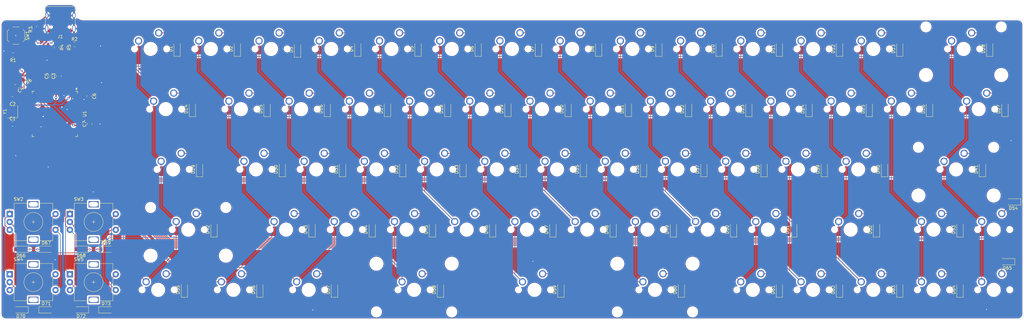
<source format=kicad_pcb>
(kicad_pcb (version 20240108) (generator "pcbnew") (generator_version "8.0")
  (layers (0 "F.Cu" signal) (31 "B.Cu" signal) (34 "B.Paste" user) (35 "F.Paste" user) (36 "B.SilkS" user "B.Silkscreen") (37 "F.SilkS" user "F.Silkscreen") (38 "B.Mask" user) (39 "F.Mask" user) (44 "Edge.Cuts" user))
  (net 0 "")
  (net 1 "GND")
  (net 2 "Net-(U1-UCAP)")
  (net 3 "Net-(U1-XTAL1)")
  (net 4 "Net-(U1-XTAL2)")
  (net 5 "+5V")
  (net 6 "Net-(D1-A)")
  (net 7 "ROW0")
  (net 8 "Net-(D2-A)")
  (net 9 "Net-(D3-A)")
  (net 10 "Net-(D4-A)")
  (net 11 "Net-(D5-A)")
  (net 12 "Net-(D6-A)")
  (net 13 "Net-(D7-A)")
  (net 14 "Net-(D8-A)")
  (net 15 "Net-(D9-A)")
  (net 16 "Net-(D10-A)")
  (net 17 "Net-(D11-A)")
  (net 18 "Net-(D12-A)")
  (net 19 "Net-(D13-A)")
  (net 20 "Net-(D14-A)")
  (net 21 "ROW1")
  (net 22 "Net-(D15-A)")
  (net 23 "Net-(D16-A)")
  (net 24 "Net-(D17-A)")
  (net 25 "Net-(D18-A)")
  (net 26 "Net-(D19-A)")
  (net 27 "Net-(D20-A)")
  (net 28 "Net-(D21-A)")
  (net 29 "Net-(D22-A)")
  (net 30 "Net-(D23-A)")
  (net 31 "Net-(D24-A)")
  (net 32 "Net-(D25-A)")
  (net 33 "Net-(D26-A)")
  (net 34 "Net-(D27-A)")
  (net 35 "Net-(D28-A)")
  (net 36 "Net-(D29-A)")
  (net 37 "ROW2")
  (net 38 "Net-(D30-A)")
  (net 39 "Net-(D31-A)")
  (net 40 "Net-(D32-A)")
  (net 41 "Net-(D33-A)")
  (net 42 "Net-(D34-A)")
  (net 43 "Net-(D35-A)")
  (net 44 "Net-(D36-A)")
  (net 45 "Net-(D37-A)")
  (net 46 "Net-(D38-A)")
  (net 47 "Net-(D39-A)")
  (net 48 "Net-(D40-A)")
  (net 49 "Net-(D41-A)")
  (net 50 "ROW3")
  (net 51 "Net-(D42-A)")
  (net 52 "Net-(D43-A)")
  (net 53 "Net-(D44-A)")
  (net 54 "Net-(D45-A)")
  (net 55 "Net-(D46-A)")
  (net 56 "Net-(D47-A)")
  (net 57 "Net-(D48-A)")
  (net 58 "Net-(D49-A)")
  (net 59 "Net-(D50-A)")
  (net 60 "Net-(D51-A)")
  (net 61 "Net-(D52-A)")
  (net 62 "Net-(D53-A)")
  (net 63 "Net-(D54-A)")
  (net 64 "ROW4")
  (net 65 "Net-(D55-A)")
  (net 66 "Net-(D56-A)")
  (net 67 "Net-(D57-A)")
  (net 68 "Net-(D58-A)")
  (net 69 "Net-(D59-A)")
  (net 70 "Net-(D60-A)")
  (net 71 "Net-(D61-A)")
  (net 72 "Net-(D62-A)")
  (net 73 "Net-(D63-A)")
  (net 74 "Net-(D64-A)")
  (net 75 "Net-(D65-A)")
  (net 76 "D-")
  (net 78 "D+")
  (net 79 "Net-(J1-CC2)")
  (net 80 "Net-(J1-CC1)")
  (net 82 "Net-(U1-D+)")
  (net 83 "Net-(U1-D-)")
  (net 84 "Net-(U1-~{RESET})")
  (net 85 "COL0")
  (net 86 "COL1")
  (net 87 "COL2")
  (net 88 "COL3")
  (net 89 "COL4")
  (net 90 "COL5")
  (net 91 "COL6")
  (net 92 "COL7")
  (net 93 "COL8")
  (net 94 "COL9")
  (net 95 "COL10")
  (net 96 "COL11")
  (net 97 "COL12")
  (net 98 "COL13")
  (net 99 "Net-(D66-A)")
  (net 100 "Net-(D67-A)")
  (net 101 "Net-(D68-A)")
  (net 102 "Net-(D69-A)")
  (net 103 "Net-(D70-A)")
  (net 104 "Net-(D71-A)")
  (net 105 "COLB")
  (net 106 "COLS")
  (net 107 "COLA")
  (net 108 "Net-(U1-PE2{slash}~{HWB})")
  (net 132 "Net-(D72-A)")
  (net 133 "Net-(D73-A)")
  (net 134 "COLS2")
  (net 135 "COLA2")
  (net 136 "COLB2")
  (footprint "PCM_marbastlib-mx:SW_MX_1u" (layer "F.Cu") (at 365.431244 191.773449)
    (property "Reference" "SW3_7" (hide yes))
    (property "Value" "1u")
  )
  (footprint "PCM_marbastlib-mx:STAB_MX_2.25u" (layer "F.Cu") (at 220.174994 191.773449)
    (property "Reference" "S1" (hide yes))
    (property "Value" "MX_stab")
  )
  (footprint "Diode_SMD:D_SOD-123" (layer "F.Cu") (at 186.2865 217.17 180)
    (property "Reference" "D72")
    (property "Value" "D_Small")
  )
  (footprint "PCM_marbastlib-mx:SW_MX_1u" (layer "F.Cu") (at 241.603086 172.722587)
    (property "Reference" "SW2_1" (hide yes))
    (property "Value" "1u")
  )
  (footprint "PCM_marbastlib-mx:SW_MX_1u" (layer "F.Cu") (at 398.78 134.62)
    (property "Reference" "SW0_10" (hide yes))
    (property "Value" "1u")
  )
  (footprint "Resistor_SMD:R_0805_2012Metric" (layer "F.Cu") (at 164.609044 158.329897)
    (property "Reference" "C1")
    (property "Value" "22pF")
  )
  (footprint "Diode_SMD:D_SOD-123" (layer "F.Cu") (at 302.26 153.67 90)
    (property "Reference" "D18")
    (property "Value" "D_Small")
  )
  (footprint "PCM_marbastlib-mx:SW_MX_1u" (layer "F.Cu") (at 289.231244 191.773449)
    (property "Reference" "SW3_3" (hide yes))
    (property "Value" "1u")
  )
  (footprint "Diode_SMD:D_SOD-123" (layer "F.Cu") (at 376.174 210.82 90)
    (property "Reference" "D60")
    (property "Value" "D_Small")
  )
  (footprint "PCM_marbastlib-mx:SW_MX_1.75u" (layer "F.Cu") (at 215.4174 172.72)
    (property "Reference" "SW2_0" (hide yes))
    (property "Value" "1.75u")
  )
  (footprint "PCM_marbastlib-mx:SW_MX_1u" (layer "F.Cu") (at 208.28 134.62)
    (property "Reference" "SW0_0" (hide yes))
    (property "Value" "1u")
  )
  (footprint "Diode_SMD:D_SOD-123" (layer "F.Cu") (at 186.2875 197.98368 180)
    (property "Reference" "D68")
    (property "Value" "D_Small")
  )
  (footprint "PCM_marbastlib-mx:SW_MX_1u" (layer "F.Cu") (at 274.942471 153.67)
    (property "Reference" "SW1_3" (hide yes))
    (property "Value" "1u")
  )
  (footprint "Rotary_Encoder:RotaryEncoder_Alps_EC11E-Switch_Vertical_H20mm" (layer "F.Cu") (at 163.692 186.857)
    (property "Reference" "SW2")
    (property "Value" "RotaryEncoder_Switch")
  )
  (footprint "Diode_SMD:D_SOD-123" (layer "F.Cu") (at 388.112 134.62 90)
    (property "Reference" "D10")
    (property "Value" "D_Small")
  )
  (footprint "Diode_SMD:D_SOD-123" (layer "F.Cu") (at 359.41 153.67 90)
    (property "Reference" "D21")
    (property "Value" "D_Small")
  )
  (footprint "PCM_marbastlib-mx:SW_MX_1u" (layer "F.Cu") (at 317.803086 172.722587)
    (property "Reference" "SW2_5" (hide yes))
    (property "Value" "1u")
  )
  (footprint "Diode_SMD:D_SOD-123" (layer "F.Cu") (at 364.236 172.72 90)
    (property "Reference" "D36")
    (property "Value" "D_Small")
  )
  (footprint "Diode_SMD:D_SOD-123" (layer "F.Cu") (at 326.136 172.72 90)
    (property "Reference" "D34")
    (property "Value" "D_Small")
  )
  (footprint "PCM_marbastlib-mx:SW_MX_1u" (layer "F.Cu") (at 336.853086 172.722587)
    (property "Reference" "SW2_6" (hide yes))
    (property "Value" "1u")
  )
  (footprint "PCM_marbastlib-mx:SW_MX_1u" (layer "F.Cu") (at 379.73 134.62)
    (property "Reference" "SW0_9" (hide yes))
    (property "Value" "1u")
  )
  (footprint "PCM_marbastlib-mx:SW_MX_1u" (layer "F.Cu") (at 394.003086 172.722587)
    (property "Reference" "SW2_9" (hide yes))
    (property "Value" "1u")
  )
  (footprint "Diode_SMD:D_SOD-123" (layer "F.Cu") (at 228.346 191.77 90)
    (property "Reference" "D42")
    (property "Value" "D_Small")
  )
  (footprint "PCM_marbastlib-mx:SW_MX_1u" (layer "F.Cu") (at 293.992471 153.67)
    (property "Reference" "SW1_4" (hide yes))
    (property "Value" "1u")
  )
  (footprint "Package_QFP:TQFP-64_14x14mm_P0.8mm" (layer "F.Cu") (at 177.976248 155.188 -90)
    (property "Reference" "U1")
    (property "Value" "AT90USB1286-A")
  )
  (footprint "PCM_marbastlib-mx:SW_MX_1u" (layer "F.Cu") (at 389.242471 153.67)
    (property "Reference" "SW1_9" (hide yes))
    (property "Value" "1u")
  )
  (footprint "PCM_marbastlib-mx:SW_MX_1u" (layer "F.Cu") (at 270.181244 191.773449)
    (property "Reference" "SW3_2" (hide yes))
    (property "Value" "1u")
  )
  (footprint "PCM_marbastlib-mx:SW_MX_1u" (layer "F.Cu") (at 284.48 134.62)
    (property "Reference" "SW0_4" (hide yes))
    (property "Value" "1u")
  )
  (footprint "PCM_marbastlib-mx:SW_MX_1u" (layer "F.Cu") (at 417.83 210.825898)
    (property "Reference" "SW4_7" (hide yes))
    (property "Value" "1u")
  )
  (footprint "Resistor_SMD:R_0805_2012Metric" (layer "F.Cu") (at 179.215453 143.21633 90)
    (property "Reference" "C3")
    (property "Value" "1uF")
  )
  (footprint "Diode_SMD:D_SOD-123" (layer "F.Cu") (at 345.186 172.72 90)
    (property "Reference" "D35")
    (property "Value" "D_Small")
  )
  (footprint "Rotary_Encoder:RotaryEncoder_Alps_EC11E-Switch_Vertical_H20mm" (layer "F.Cu") (at 182.742 205.907)
    (property "Reference" "SW5")
    (property "Value" "RotaryEncoder_Switch")
  )
  (footprint "Rotary_Encoder:RotaryEncoder_Alps_EC11E-Switch_Vertical_H20mm" (layer "F.Cu") (at 182.742 186.857)
    (property "Reference" "SW3")
    (property "Value" "RotaryEncoder_Switch")
  )
  (footprint "PCM_marbastlib-mx:SW_MX_1u" (layer "F.Cu") (at 260.653086 172.722587)
    (property "Reference" "SW2_2" (hide yes))
    (property "Value" "1u")
  )
  (footprint "PCM_marbastlib-mx:SW_MX_1u" (layer "F.Cu") (at 370.192471 153.67)
    (property "Reference" "SW1_8" (hide yes))
    (property "Value" "1u")
  )
  (footprint "Diode_SMD:D_SOD-123" (layer "F.Cu") (at 316.484 191.77 90)
    (property "Reference" "D46")
    (property "Value" "D_Small")
  )
  (footprint "Resistor_SMD:R_0805_2012Metric" (layer "F.Cu") (at 171.45 127.508 90)
    (property "Reference" "R3")
    (property "Value" "5.1k")
  )
  (footprint "PCM_marbastlib-mx:SW_MX_1u" (layer "F.Cu") (at 227.33 134.62)
    (property "Reference" "SW0_1" (hide yes))
    (property "Value" "1u")
  )
  (footprint "Diode_SMD:D_SOD-123" (layer "F.Cu") (at 311.912 134.62 90)
    (property "Reference" "D6")
    (property "Value" "D_Small")
  )
  (footprint "PCM_marbastlib-mx:SW_MX_1u" (layer "F.Cu") (at 291.618311 210.822449)
    (property "Reference" "SW4_3" (hide yes))
    (property "Value" "2.25u")
  )
  (footprint "Connector_USB:USB_C_Receptacle_HRO_TYPE-C-31-M-12" (layer "F.Cu") (at 179.705 125.095 180)
    (property "Reference" "J1")
    (property "Value" "USB_C_Receptacle_USB2.0_16P")
  )
  (footprint "PCM_marbastlib-mx:SW_MX_1u" (layer "F.Cu") (at 313.042471 153.67)
    (property "Reference" "SW1_5" (hide yes))
    (property "Value" "1u")
  )
  (footprint "Diode_SMD:D_SOD-123" (layer "F.Cu") (at 369.062 134.62 90)
    (property "Reference" "D9")
    (property "Value" "D_Small")
  )
  (footprint "Diode_SMD:D_SOD-123" (layer "F.Cu") (at 437.896 191.77 90)
    (property "Reference" "D52")
    (property "Value" "D_Small")
  )
  (footprint "Diode_SMD:D_SOD-123" (layer "F.Cu") (at 299.974 210.82 90)
    (property "Reference" "D58")
    (property "Value" "D_Small")
  )
  (footprint "Diode_SMD:D_SOD-123" (layer "F.Cu") (at 216.662 134.62 90)
    (property "Reference" "D1")
    (property "Value" "D_Small")
  )
  (footprint "Diode_SMD:D_SOD-123" (layer "F.Cu") (at 416.56 153.67 90)
    (property "Reference" "D24")
    (property "Value" "D_Small")
  )
  (footprint "PCM_marbastlib-mx:SW_MX_1u" (layer "F.Cu") (at 374.953086 172.722587)
    (property "Reference" "SW2_8" (hide yes))
    (property "Value" "1u")
  )
  (footprint "PCM_marbastlib-mx:SW_MX_1u" (layer "F.Cu") (at 432.103086 172.722587)
    (property "Reference" "SW2_11" (hide yes))
    (property "Value" "1u")
  )
  (footprint "Diode_SMD:D_SOD-123" (layer "F.Cu") (at 321.31 153.67 90)
    (property "Reference" "D19")
    (property "Value" "D_Small")
  )
  (footprint "Diode_SMD:D_SOD-123" (layer "F.Cu") (at 407.162 134.62 90)
    (property "Reference" "D11")
    (property "Value" "D_Small")
  )
  (footprint "PCM_marbastlib-mx:SW_MX_1u" (layer "F.Cu") (at 322.58 134.62)
    (property "Reference" "SW0_6" (hide yes))
    (property "Value" "1u")
  )
  (footprint "Diode_SMD:D_SOD-123" (layer "F.Cu") (at 167.2375 217.17 180)
    (property "Reference" "D70")
    (property "Value" "D_Small")
  )
  (footprint "PCM_marbastlib-mx:STAB_MX_2.25u" (layer "F.Cu") (at 463.065686 172.722587)
    (property "Reference" "S2" (hide yes))
    (property "Value" "MX_stab")
  )
  (footprint "PCM_marbastlib-mx:SW_MX_1u" (layer "F.Cu") (at 355.903086 172.722587)
    (property "Reference" "SW2_7" (hide yes))
    (property "Value" "1u")
  )
  (footprint "Diode_SMD:D_SOD-123" (layer "F.Cu") (at 273.812 134.62 90)
    (property "Reference" "D4")
    (property "Value" "D_Small")
  )
  (footprint "Diode_SMD:D_SOD-123" (layer "F.Cu") (at 464.312 191.77 90)
    (property "Reference" "D53")
    (property "Value" "D_Small")
  )
  (footprint "PCM_marbastlib-mx:SW_MX_1u" (layer "F.Cu") (at 327.331244 191.773449)
    (property "Reference" "SW3_5" (hide yes))
    (property "Value" "1u")
  )
  (footprint "Diode_SMD:D_SOD-123" (layer "F.Cu") (at 259.334 191.77 90)
    (property "Reference" "D43")
    (property "Value" "D_Small")
  )
  (footprint "Diode_SMD:D_SOD-123" (layer "F.Cu") (at 426.212 210.82 90)
    (property "Reference" "D62")
    (property "Value" "D_Small")
  )
  (footprint "PCM_marbastlib-mx:SW_MX_1u" (layer "F.Cu") (at 346.381244 191.773449)
    (property "Reference" "SW3_6" (hide yes))
    (property "Value" "1u")
  )
  (footprint "PCM_marbastlib-mx:SW_MX_1u" (layer "F.Cu") (at 436.88 134.62)
    (property "Reference" "SW0_12" (hide yes))
    (property "Value" "1u")
  )
  (footprint "Diode_SMD:D_SOD-123" (layer "F.Cu") (at 478.536 153.67 90)
    (property "Reference" "D27")
    (property "Value" "D_Small")
  )
  (footprint "Diode_SMD:D_SOD-123" (layer "F.Cu") (at 175.26 217.17)
    (property "Reference" "D71")
    (property "Value" "D_Small")
  )
  (footprint "Diode_SMD:D_SOD-123" (layer "F.Cu") (at 378.46 153.67 90)
    (property "Reference" "D22")
    (property "Value" "D_Small")
  )
  (footprint "Resistor_SMD:R_0805_2012Metric" (layer "F.Cu") (at 180.848 134.164 -90)
    (property "Reference" "R5")
    (property "Value" "22")
  )
  (footprint "PCM_marbastlib-mx:SW_MX_1u" (layer "F.Cu") (at 308.281244 191.773449)
    (property "Reference" "SW3_4" (hide yes))
    (property "Value" "1u")
  )
  (footprint "PCM_marbastlib-mx:SW_MX_1u" (layer "F.Cu") (at 474.98 210.825898)
    (property "Reference" "SW4_10" (hide yes))
    (property "Value" "1u")
  )
  (footprint "Diode_SMD:D_SOD-123" (layer "F.Cu") (at 266.446 210.82 90)
    (property "Reference" "D57")
    (property "Value" "D_Small")
  )
  (footprint "PCM_marbastlib-mx:SW_MX_1u" (layer "F.Cu") (at 279.703086 172.722587)
    (property "Reference" "SW2_3" (hide yes))
    (property "Value" "1u")
  )
  (footprint "Resistor_SMD:R_0805_2012Metric" (layer "F.Cu") (at 164.742501 136.554 180)
    (property "Reference" "R1")
    (property "Value" "10k")
  )
  (footprint "Diode_SMD:D_SOD-123" (layer "F.Cu") (at 235.712 134.62 90)
    (property "Reference" "D2")
    (property "Value" "D_Small")
  )
  (footprint "PCM_marbastlib-mx:SW_MX_1u" (layer "F.Cu") (at 408.292471 153.67)
    (property "Reference" "SW1_10" (hide yes))
    (property "Value" "1u")
  )
  (footprint "PCM_marbastlib-mx:SW_MX_1u" (layer "F.Cu") (at 427.342471 153.67)
    (property "Reference" "SW1_11" (hide yes))
    (property "Value" "1u")
  )
  (footprint "PCM_marbastlib-mx:SW_MX_1u" (layer "F.Cu") (at 455.93 191.77)
    (property "Reference" "SW3_11" (hide yes))
    (property "Value" "1u")
  )
  (footprint "Diode_SMD:D_SOD-123" (layer "F.Cu") (at 473.71 134.62 90)
    (property "Reference" "D28")
    (property "Value" "D_Small")
  )
  (footprint "Diode_SMD:D_SOD-123" (layer "F.Cu") (at 479.298 201.93 180)
    (property "Reference" "D65")
    (property "Value" "D_Small")
  )
  (footprint "PCM_marbastlib-mx:STAB_MX_2.25u" (layer "F.Cu") (at 367.818311 210.822449 180)
    (property "Reference" "S4" (hide yes))
    (property "Value" "MX_stab")
  )
  (footprint "Crystal:Crystal_SMD_3225-4Pin_3.2x2.5mm" (layer "F.Cu") (at 164.609044 154.435897 90)
    (property "Reference" "Y1")
    (property "Value" "16MHz")
  )
  (footprint "Diode_SMD:D_SOD-123" (layer "F.Cu") (at 402.336 172.72 90)
    (property "Reference" "D38")
    (property "Value" "D_Small")
  )
  (footprint "PCM_marbastlib-mx:SW_MX_1u" (layer "F.Cu") (at 367.818311 210.822449)
    (property "Reference" "SW4_5" (hide yes))
    (property "Value" "2.25u")
  )
  (footprint "Diode_SMD:D_SOD-123" (layer "F.Cu") (at 373.634 191.77 90)
    (property "Reference" "D49")
    (property "Value" "D_Small")
  )
  (footprint "Diode_SMD:D_SOD-123" (layer "F.Cu") (at 340.36 153.67 90)
    (property "Reference" "D20")
    (property "Value" "D_Small")
  )
  (footprint "Resistor_SMD:R_0805_2012Metric" (layer "F.Cu") (at 184.1965 133.177)
    (property "Reference" "R2")
    (property "Value" "5.1k")
  )
  (footprint "Diode_SMD:D_SOD-123" (layer "F.Cu") (at 297.434 191.77 90)
    (property "Reference" "D45")
    (property "Value" "D_Small")
  )
  (footprint "Diode_SMD:D_SOD-123" (layer "F.Cu") (at 223.774 172.72 90)
    (property "Reference" "D29")
    (property "Value" "D_Small")
  )
  (footprint "PCM_marbastlib-mx:SW_MX_1u" (layer "F.Cu") (at 341.63 134.62)
    (property "Reference" "SW0_7" (hide yes))
    (property "Value" "1u")
  )
  (footprint "PCM_marbastlib-mx:SW_MX_1u" (layer "F.Cu") (at 455.93 210.825898)
    (property "Reference" "SW4_9" (hide yes))
    (property "Value" "1u")
  )
  (footprint "PCM_marbastlib-mx:SW_MX_1.75u" (layer "F.Cu") (at 429.720055 191.775173)
    (property "Reference" "SW3_10" (hide yes))
    (property "Value" "1.75u")
  )
  (footprint "Diode_SMD:D_SOD-123" (layer "F.Cu") (at 411.734 191.77 90)
    (property "Reference" "D51")
    (property "Value" "D_Small")
  )
  (footprint "PCM_marbastlib-mx:SW_MX_1u" (layer "F.Cu") (at 251.131244 191.773449)
    (property "Reference" "SW3_1" (hide yes))
    (property "Value" "1u")
  )
  (footprint "Rotary_Encoder:RotaryEncoder_Alps_EC11E-Switch_Vertical_H20mm" (layer "F.Cu") (at 163.692 205.907)
    (property "Reference" "SW4")
    (property "Value" "RotaryEncoder_Switch")
  )
  (footprint "Diode_SMD:D_SOD-123" (layer "F.Cu") (at 440.436 172.72 90)
    (property "Reference" "D40")
    (property "Value" "D_Small")
  )
  (footprint "Diode_SMD:D_SOD-123" (layer "F.Cu") (at 218.948 210.82 90)
    (property "Reference" "D55")
    (property "Value" "D_Small")
  )
  (footprint "Diode_SMD:D_SOD-123" (layer "F.Cu") (at 421.386 172.72 90)
    (property "Reference" "D39")
    (property "Value" "D_Small")
  )
  (footprint "Diode_SMD:D_SOD-123" (layer "F.Cu") (at 278.384 191.77 90)
    (property "Reference" "D44")
    (property "Value" "D_Small")
  )
  (footprint "Diode_SMD:D_SOD-123" (layer "F.Cu") (at 221.488 153.67 90)
    (property "Reference" "D14")
    (property "Value" "D_Small")
  )
  (footprint "PCM_marbastlib-mx:SW_MX_1u" (layer "F.Cu") (at 384.481244 191.773449)
    (property "Reference" "SW3_8" (hide yes))
    (property "Value" "1u")
  )
  (footprint "Diode_SMD:D_SOD-123" (layer "F.Cu") (at 335.534 191.77 90)
    (property "Reference" "D47")
    (property "Value" "D_Small")
  )
  (footprint "PCM_marbastlib-mx:SW_MX_1u" (layer "F.Cu") (at 417.83 134.62)
    (property "Reference" "SW0_11" (hide yes))
    (property "Value" "1u")
  )
  (footprint "Diode_SMD:D_SOD-123" (layer "F.Cu") (at 264.16 153.67 90)
    (property "Reference" "D16")
    (property "Value" "D_Small")
  )
  (footprint "Diode_SMD:D_SOD-123" (layer "F.Cu") (at 307.086 172.72 90)
    (property "Reference" "D33")
    (property "Value" "D_Small")
  )
  (footprint "Diode_SMD:D_SOD-123" (layer "F.Cu") (at 481.18709 183.007 180)
    (property "Reference" "D54")
    (property "Value" "D_Small")
  )
  (footprint "Diode_SMD:D_SOD-123" (layer "F.Cu") (at 283.21 153.67 90)
    (property "Reference" "D17")
    (property "Value" "D_Small")
  )
  (footprint "Diode_SMD:D_SOD-123" (layer "F.Cu") (at 464.312 210.82 90)
    (property "Reference" "D64")
    (property "Value" "D_Small")
  )
  (footprint "PCM_marbastlib-mx:SW_MX_1u" (layer "F.Cu") (at 236.842471 153.67)
    (property "Reference" "SW1_1" (hide yes))
    (property "Value" "1u")
  )
  (footprint "Resistor_SMD:R_0805_2012Metric" (layer "F.Cu") (at 168.610789 143.748862 -135)
    (property "Reference" "R6")
    (property "Value" "10k")
  )
  (footprint "Diode_SMD:D_SOD-123" (layer "F.Cu") (at 392.684 191.77 90)
    (property "Reference" "D50")
    (property "Value" "D_Small")
  )
  (footprint "Diode_SMD:D_SOD-123" (layer "F.Cu") (at 194.184 217.17)
    (property "Reference" "D73")
    (property "Value" "D_Small")
  )
  (footprint "Resistor_SMD:R_0805_2012Metric" (layer "F.Cu") (at 188.816365 149.571554 -90)
    (property "Reference" "C6")
    (property "Value" "0.1uF")
  )
  (footprint "PCM_marbastlib-mx:SW_MX_1u" (layer "F.Cu") (at 246.38 134.62)
    (property "Reference" "SW0_2" (hide yes))
    (property "Value" "1u")
  )
  (footprint "Diode_SMD:D_SOD-123" (layer "F.Cu") (at 249.936 172.72 90)
    (property "Reference" "D30")
    (property "Value" "D_Small")
  )
  (footprint "PCM_marbastlib-mx:SW_MX_1u" (layer "F.Cu") (at 298.753086 172.722587)
    (property "Reference" "SW2_4" (hide yes))
    (property "Value" "1u")
  )
  (footprint "PCM_marbastlib-mx:SW_MX_1.25u" (layer "F.Cu") (at 210.65673 210.822449)
    (property "Reference" "SW4_0" (hide yes))
    (property "Value" "1.25u")
  )
  (footprint "Diode_SMD:D_SOD-123" (layer "F.Cu") (at 383.286 172.72 90)
    (property "Reference" "D37")
    (property "Value" "D_Small")
  )
  (footprint "Diode_SMD:D_SOD-123" (layer "F.Cu") (at 397.51 153.67 90)
    (property "Reference" "D23")
    (property "Value" "D_Small")
  )
  (footprint "PCM_marbastlib-mx:SW_MX_1.25u" (layer "F.Cu") (at 234.468311 210.822449)
    (property "Reference" "SW4_1" (hide yes))
    (property "Value" "1.25u")
  )
  (footprint "PCM_marbastlib-mx:SW_MX_1.25u" (layer "F.Cu") (at 258.28529 210.822449)
    (property "Reference" "SW4_2" (hide yes))
    (property "Value" "1.25u")
  )
  (footprint "PCM_marbastlib-mx:SW_MX_1u" (layer "F.Cu") (at 403.531244 191.773449)
    (property "Reference" "SW3_9" (hide yes))
    (property "Value" "1u")
  )
  (footprint "Resistor_SMD:R_0805_2012Metric" (layer "F.Cu") (at 178.562 134.164 -90)
    (property "Reference" "R4")
    (property "Value" "22")
  )
  (footprint "Diode_SMD:D_SOD-123" (layer "F.Cu") (at 288.036 172.72 90)
    (property "Reference" "D32")
    (property "Value" "D_Small")
  )
  (footprint "PCM_marbastlib-mx:SW_MX_1.5u" (layer "F.Cu") (at 213.042671 153.67)
    (property "Reference" "SW1_0" (hide yes))
    (property "Value" "1.5u")
  )
  (footprint "Resistor_SMD:R_0805_2012Metric" (layer "F.Cu") (at 164.609044 150.455897 180)
    (property "Reference" "C2")
    (property "Value" "22pF")
  )
  (footprint "Diode_SMD:D_SOD-123" (layer "F.Cu") (at 350.012 134.62 90)
    (property "Reference" "D8")
    (property "Value" "D_Small")
  )
  (footprint "PCM_marbastlib-mx:SW_MX_1u" (layer "F.Cu") (at 463.065686 172.722587)
    (property "Reference" "SW2_12" (hide yes))
    (property "Value" "2.25u")
  )
  (footprint "Diode_SMD:D_SOD-123" (layer "F.Cu") (at 254.762 134.874 90)
    (property "Reference" "D3")
    (property "Value" "D_Small")
  )
  (footprint "Diode_SMD:D_SOD-123" (layer "F.Cu") (at 242.824 210.82 90)
    (property "Reference" "D56")
    (property "Value" "D_Small")
  )
  (footprint "PCM_marbastlib-mx:SW_MX_1u" (layer "F.Cu") (at 436.88 210.825898)
    (property "Reference" "SW4_8" (hide yes))
    (property "Value" "1u")
  )
  (footprint "Diode_SMD:D_SOD-123" (layer "F.Cu") (at 354.584 191.77 90)
    (property "Reference" "D48")
    (property "Value" "D_Small")
  )
  (footprint "PCM_marbastlib-mx:SW_MX_1u" (layer "F.Cu") (at 351.142471 153.67)
    (property "Reference" "SW1_7" (hide yes))
    (property "Value" "1u")
  )
  (footprint "PCM_marbastlib-mx:SW_MX_1u" (layer "F.Cu") (at 398.78 210.825898)
    (property "Reference" "SW4_6" (hide yes))
    (property "Value" "1u")
  )
  (footprint "PCM_marbastlib-mx:STAB_MX_2u" (layer "F.Cu") (at 465.455 134.62)
    (property "Reference" "S5" (hide yes))
    (property "Value" "MX_stab")
  )
  (footprint "PCM_marbastlib-mx:SW_MX_1u" (layer "F.Cu") (at 220.174994 191.773449)
    (property "Reference" "SW3_0" (hide yes))
    (property "Value" "2.25u")
  )
  (footprint "Diode_SMD:D_SOD-123" (layer "F.Cu") (at 330.962 134.62 90)
    (property "Reference" "D7")
    (property "Value" "D_Small")
  )
  (footprint "Diode_SMD:D_SOD-123" (layer "F.Cu") (at 435.61 153.67 90)
    (property "Reference" "D25")
    (property "Value" "D_Small")
  )
  (footprint "Resistor_SMD:R_0805_2012Metric" (layer "F.Cu") (at 165.958997 146.437514 -135)
    (property "Reference" "C4")
    (property "Value" "0.1uF")
  )
  (footprint "Diode_SMD:D_SOD-123" (layer "F.Cu") (at 292.862 134.62 90)
    (property "Reference" "D5")
    (property "Value" "D_Small")
  )
  (footprint "Diode_SMD:D_SOD-123" (layer "F.Cu") (at 454.66 153.67 90)
    (property "Reference" "D26")
    (property "Value" "D_Small")
  )
  (footprint "PCM_marbastlib-mx:SW_MX_1u" (layer "F.Cu") (at 474.98 191.77)
    (property "Reference" "SW3_12" (hide yes))
    (property "Value" "1u")
  )
  (footprint "PCM_marbastlib-mx:SW_MX_1u" (layer "F.Cu") (at 265.43 134.62)
    (property "Reference" "SW0_3" (hide yes))
    (property "Value" "1u")
  )
  (footprint "PCM_marbastlib-mx:SW_MX_1u" (layer "F.Cu") (at 465.455 134.62)
    (property "Reference" "SW0_13" (hide yes))
    (property "Value" "2u")
  )
  (footprint "PCM_marbastlib-mx:SW_MX_1.75u" (layer "F.Cu") (at 329.718311 210.822449)
    (property "Reference" "SW4_4" (hide yes))
    (property "Value" "1.75u")
  )
  (footprint "Diode_SMD:D_SOD-123" (layer "F.Cu") (at 175.26 197.993)
    (property "Reference" "D67")
    (property "Value" "D_Small")
  )
  (footprint "PCM_marbastlib-mx:SW_MX_1u" (layer "F.Cu") (at 332.092471 153.67)
    (property "Reference" "SW1_6" (hide yes))
    (property "Value" "1u")
  )
  (footprint "Diode_SMD:D_SOD-123" (layer "F.Cu") (at 245.11 153.67 90)
    (property "Reference" "D15")
    (property "Value" "D_Small")
  )
  (footprint "Diode_SMD:D_SOD-123" (layer "F.Cu") (at 426.212 134.62 90)
    (property "Reference" "D12")
    (property "Value" "D_Small")
  )
  (footprint "Diode_SMD:D_SOD-123" (layer "F.Cu") (at 194.184 197.993)
    (property "Reference" "D69")
    (property "Value" "D_Small")
  )
  (footprint "Diode_SMD:D_SOD-123" (layer "F.Cu") (at 445.262 134.62 90)
    (property "Reference" "D13")
    (property "Value" "D_Small")
  )
  (footprint "PCM_marbastlib-mx:SW_MX_1u" (layer "F.Cu") (at 446.392471 153.67)
    (property "Reference" "SW1_12" (hide yes))
    (property "Value" "1u")
  )
  (footprint "Resistor_SMD:R_0805_2012Metric" (layer "F.Cu") (at 177.05223 143.195572 90)
    (property "Reference" "C5")
    (property "Value" "0.1uF")
  )
  (footprint "Diode_SMD:D_SOD-123" (layer "F.Cu") (at 338.074 210.82 90)
    (property "Reference" "D59")
    (property "Value" "D_Small")
  )
  (footprint "PCM_marbastlib-mx:SW_MX_1u" (layer "F.Cu") (at 255.892471 153.67)
    (property "Reference" "SW1_2" (hide yes))
    (property "Value" "1u")
  )
  (footprint "PCM_marbastlib-mx:STAB_MX_2.25u" (layer "F.Cu") (at 291.618311 210.822449 180)
    (property "Reference" "S3" (hide yes))
    (property "Value" "MX_stab")
  )
  (footprint "Button_Switch_SMD:SW_SPST_SKQG_WithStem" (layer "F.Cu") (at 165.680001 130.406 -90)
    (property "Reference" "SW1")
    (property "Value" "SW_Push")
  )
  (footprint "PCM_marbastlib-mx:SW_MX_1u" (layer "F.Cu") (at 413.053086 172.722587)
    (property "Reference" "SW2_10" (hide yes))
    (property "Value" "1u")
  )
  (footprint "Resistor_SMD:R_0805_2012Metric" (layer "F.Cu") (at 188.995971 158.372205 90)
    (property "Reference" "C7")
    (property "Value" "10uF")
  )
  (footprint "Diode_SMD:D_SOD-123" (layer "F.Cu") (at 167.259 197.993 180)
    (property "Reference" "D66")
    (property "Value" "D_Small")
  )
  (footprint "PCM_marbastlib-mx:SW_MX_1.5u" (layer "F.Cu") (at 470.218149 153.67607)
    (property "Reference" "SW1_13" (hide yes))
    (property "Value" "1.5u")
  )
  (footprint "Diode_SMD:D_SOD-123" (layer "F.Cu") (at 268.986 172.72 90)
    (property "Reference" "D31")
    (property "Value" "D_Small")
  )
  (footprint "PCM_marbastlib-mx:SW_MX_1u" (layer "F.Cu") (at 303.53 134.62)
    (property "Reference" "SW0_5" (hide yes))
    (property "Value" "1u")
  )
  (footprint "PCM_marbastlib-mx:SW_MX_1u" (layer "F.Cu") (at 360.68 134.62)
    (property "Reference" "SW0_8" (hide yes))
    (property "Value" "1u")
  )
  (footprint "Diode_SMD:D_SOD-123" (layer "F.Cu") (at 445.262 210.82 90)
    (property "Reference" "D63")
    (property "Value" "D_Small")
  )
  (footprint "Diode_SMD:D_SOD-123" (layer "F.Cu") (at 471.424 172.72 90)
    (property "Reference" "D41")
    (property "Value" "D_Small")
  )
  (footprint "Diode_SMD:D_SOD-123" (layer "F.Cu") (at 407.162 210.82 90)
    (property "Reference" "D61")
    (property "Value" "D_Small")
  )
  (gr_line (start 185.039 122.173998) (end 185.039002 122.809) (stroke (width 0.05)) (layer "Edge.Cuts"))
  (gr_arc (start 186.944 125.095002) (mid 185.596962 124.53704) (end 185.039 123.190002) (stroke (width 0.05)) (layer "Edge.Cuts"))
  (gr_line (start 172.466002 125.095002) (end 162.559999 125.094999) (stroke (width 0.05)) (layer "Edge.Cuts"))
  (gr_line (start 186.944 125.095002) (end 482.600002 125.095) (stroke (width 0.05)) (layer "Edge.Cuts"))
  (gr_arc (start 174.370998 122.173998) (mid 174.92896 120.82696) (end 176.275998 120.268998) (stroke (width 0.05)) (layer "Edge.Cuts"))
  (gr_arc (start 160.654999 126.999999) (mid 161.212961 125.652961) (end 162.559999 125.094999) (stroke (width 0.05)) (layer "Edge.Cuts"))
  (gr_line (start 174.371 122.809) (end 174.371002 123.190002) (stroke (width 0.05)) (layer "Edge.Cuts"))
  (gr_line (start 174.370998 122.173998) (end 174.371 122.809) (stroke (width 0.05)) (layer "Edge.Cuts"))
  (gr_arc (start 484.505002 218.440002) (mid 483.94704 219.78704) (end 482.600002 220.345002) (stroke (width 0.05)) (layer "Edge.Cuts"))
  (gr_line (start 185.039002 122.809) (end 185.039 123.190002) (stroke (width 0.05)) (layer "Edge.Cuts"))
  (gr_line (start 160.654999 126.999999) (end 160.655 218.440002) (stroke (width 0.05)) (layer "Edge.Cuts"))
  (gr_arc (start 482.600002 125.095) (mid 483.94704 125.652962) (end 484.505002 127) (stroke (width 0.05)) (layer "Edge.Cuts"))
  (gr_arc (start 162.559999 220.345001) (mid 161.212961 219.787039) (end 160.654999 218.440001) (stroke (width 0.05)) (layer "Edge.Cuts"))
  (gr_line (start 484.505002 127) (end 484.505002 218.440002) (stroke (width 0.05)) (layer "Edge.Cuts"))
  (gr_arc (start 174.371002 123.190002) (mid 173.81304 124.53704) (end 172.466002 125.095002) (stroke (width 0.05)) (layer "Edge.Cuts"))
  (gr_arc (start 183.134 120.268998) (mid 184.481038 120.82696) (end 185.039 122.173998) (stroke (width 0.05)) (layer "Edge.Cuts"))
  (gr_line (start 162.56 220.345002) (end 482.600002 220.345002) (stroke (width 0.05)) (layer "Edge.Cuts"))
  (gr_line (start 176.275998 120.268998) (end 183.134 120.268998) (stroke (width 0.05)) (layer "Edge.Cuts"))
  (segment (start 185.109 131.6765) (end 184.025 130.5925) (width 0.38) (layer "F.Cu") (net 1))
  (segment (start 182.955 129.14) (end 183.11 129.14) (width 0.38) (layer "F.Cu") (net 1))
  (segment (start 169.084146 153.188) (end 170.276248 153.188) (width 0.38) (layer "F.Cu") (net 1))
  (segment (start 172.8345 126.5955) (end 175.385 124.045) (width 0.38) (layer "F.Cu") (net 1))
  (segment (start 162.329046 149.731397) (end 163.091045 148.969396) (width 0.38) (layer "F.Cu") (net 1))
  (segment (start 164.488046 148.969398) (end 165.521544 150.002896) (width 0.38) (layer "F.Cu") (net 1))
  (segment (start 171.45 126.5955) (end 172.8345 126.5955) (width 0.38) (layer "F.Cu") (net 1))
  (segment (start 183.11 129.14) (end 184.025 128.225) (width 0.38) (layer "F.Cu") (net 1))
  (segment (start 169.256024 143.103627) (end 167.265893 143.103627) (width 0.38) (layer "F.Cu") (net 1))
  (segment (start 184.899706 157.988) (end 185.676248 157.988) (width 0.38) (layer "F.Cu") (net 1))
  (segment (start 179.215453 142.30383) (end 179.752588 142.30383) (width 0.38) (layer "F.Cu") (net 1))
  (segment (start 169.239 127.306) (end 169.9495 126.5955) (width 0.38) (layer "F.Cu") (net 1))
  (segment (start 163.759045 155.286398) (end 163.759045 155.535898) (width 0.38) (layer "F.Cu") (net 1))
  (segment (start 184.536247 150.424052) (end 184.536246 150.351459) (width 0.38) (layer "F.Cu") (net 1))
  (segment (start 168.253648 153.188) (end 165.521544 150.455897) (width 0.38) (layer "F.Cu") (net 1))
  (segment (start 167.530002 127.306) (end 169.239 127.306) (width 0.38) (layer "F.Cu") (net 1))
  (segment (start 184.536248 157.624544) (end 184.899706 157.988) (width 0.38) (layer "F.Cu") (net 1))
  (segment (start 188.320312 149.988001) (end 185.676249 149.988001) (width 0.38) (layer "F.Cu") (net 1))
  (segment (start 167.02001 148.788998) (end 167.02001 151.123865) (width 0.38) (layer "F.Cu") (net 1))
  (segment (start 169.9495 126.5955) (end 171.45 126.5955) (width 0.38) (layer "F.Cu") (net 1))
  (segment (start 184.025 130.5925) (end 184.025 128.225) (width 0.38) (layer "F.Cu") (net 1))
  (segment (start 167.02001 151.123865) (end 169.084146 153.188) (width 0.38) (layer "F.Cu") (net 1))
  (segment (start 170.276248 153.188) (end 168.253648 153.188) (width 0.38) (layer "F.Cu") (net 1))
  (segment (start 176.455 129.14) (end 176.3 129.14) (width 0.38) (layer "F.Cu") (net 1))
  (segment (start 165.313762 145.055758) (end 165.313762 147.082749) (width 0.38) (layer "F.Cu") (net 1))
  (segment (start 180.218418 152.94583) (end 180.218418 153.034135) (width 0.38) (layer "F.Cu") (net 1))
  (segment (start 184.899705 149.988001) (end 184.536246 150.351459) (width 0.38) (layer "F.Cu") (net 1))
  (segment (start 188.816365 150.484054) (end 188.320312 149.988001) (width 0.38) (layer "F.Cu") (net 1))
  (segment (start 177.072987 142.303829) (end 179.215453 142.30383) (width 0.38) (layer "F.Cu") (net 1))
  (segment (start 180.464727 143.015967) (end 180.464727 144.632413) (width 0.38) (layer "F.Cu") (net 1))
  (segment (start 163.759045 155.535898) (end 163.759045 158.267397) (width 0.38) (layer "F.Cu") (net 1))
  (segment (start 163.091045 148.969396) (end 164.488046 148.969398) (width 0.38) (layer "F.Cu") (net 1))
  (segment (start 165.521544 150.002896) (end 165.521544 150.455897) (width 0.38) (layer "F.Cu") (net 1))
  (segment (start 165.459045 153.335897) (end 165.459045 153.586398) (width 0.38) (layer "F.Cu") (net 1))
  (segment (start 188.995971 157.459705) (end 188.467675 157.988) (width 0.38) (layer "F.Cu") (net 1))
  (segment (start 167.530002 127.306) (end 167.530002 133.506) (width 0.38) (layer "F.Cu") (net 1))
  (segment (start 181.658153 151.506095) (end 180.218418 152.94583) (width 0.38) (layer "F.Cu") (net 1))
  (segment (start 165.313762 147.082749) (end 167.02001 148.788998) (width 0.38) (layer "F.Cu") (net 1))
  (segment (start 185.109 131.6765) (end 185.109 133.177) (width 0.38) (layer "F.Cu") (net 1))
  (segment (start 179.976248 145.120892) (end 179.976248 147.488) (width 0.38) (layer "F.Cu") (net 1))
  (segment (start 179.976248 147.488) (end 179.976248 149.82419) (width 0.38) (layer "F.Cu") (net 1))
  (segment (start 181.853879 157.988) (end 185.676248 157.988) (width 0.38) (layer "F.Cu") (net 1))
  (segment (start 183.454204 151.506095) (end 184.536247 150.424052) (width 0.38) (layer "F.Cu") (net 1))
  (segment (start 174.294343 155.996223) (end 171.48612 153.188) (width 0.38) (layer "F.Cu") (net 1))
  (segment (start 167.265893 143.103627) (end 165.313762 145.055758) (width 0.38) (layer "F.Cu") (net 1))
  (segment (start 177.052231 142.283072) (end 177.072987 142.303829) (width 0.38) (layer "F.Cu") (net 1))
  (segment (start 163.759045 158.267397) (end 163.696544 158.329897) (width 0.38) (layer "F.Cu") (net 1))
  (segment (start 185.676249 149.988001) (end 184.899705 149.988001) (width 0.38) (layer "F.Cu") (net 1))
  (segment (start 184.536246 150.351459) (end 184.536248 157.624544) (width 0.38) (layer "F.Cu") (net 1))
  (segment (start 179.976248 149.82419) (end 181.658153 151.506095) (width 0.38) (layer "F.Cu") (net 1))
  (segment (start 163.759045 155.535898) (end 162.329046 154.105899) (width 0.38) (layer "F.Cu") (net 1))
  (segment (start 180.464727 144.632413) (end 179.976248 145.120892) (width 0.38) (layer "F.Cu") (net 1))
  (segment (start 181.658153 151.506095) (end 183.454204 151.506095) (width 0.38) (layer "F.Cu") (net 1))
  (segment (start 162.329046 154.105899) (end 162.329046 149.731397) (width 0.38) (layer "F.Cu") (net 1))
  (segment (start 176.3 129.14) (end 175.385 128.225) (width 0.38) (layer "F.Cu") (net 1))
  (segment (start 179.752588 142.30383) (end 180.464727 143.015967) (width 0.38) (layer "F.Cu") (net 1))
  (segment (start 165.459045 153.586398) (end 163.759045 155.286398) (width 0.38) (layer "F.Cu") (net 1))
  (segment (start 188.467675 157.988) (end 185.676248 157.988) (width 0.38) (layer "F.Cu") (net 1))
  (segment (start 171.48612 153.188) (end 170.276248 153.188) (width 0.38) (layer "F.Cu") (net 1))
  (via (at 165.608 130.429) (size 0.6) (drill 0.3) (layers "F.Cu" "B.Cu") (net 1))
  (via (at 169.799 131.191) (size 0.6) (drill 0.3) (layers "F.Cu" "B.Cu") (net 1))
  (via (at 174.294343 155.996223) (size 0.8) (drill 0.4) (layers "F.Cu" "B.Cu") (net 1))
  (via (at 161.925 135.255) (size 0.6) (drill 0.3) (layers "F.Cu" "B.Cu") (net 1))
  (via (at 180.218418 153.034135) (size 0.8) (drill 0.4) (layers "F.Cu" "B.Cu") (net 1))
  (via (at 192.786 145.288) (size 0.6) (drill 0.3) (layers "F.Cu" "B.Cu") (net 1))
  (via (at 190.119 179.832) (size 0.6) (drill 0.3) (layers "F.Cu" "B.Cu") (net 1))
  (via (at 181.853879 157.988) (size 0.8) (drill 0.4) (layers "F.Cu" "B.Cu") (net 1))
  (via (at 192.405 133.731) (size 0.6) (drill 0.3) (layers "F.Cu" "B.Cu") (net 1))
  (via (at 480.441 163.576) (size 0.6) (drill 0.3) (layers "F.Cu" "B.Cu") (net 1))
  (via (at 187.198 150.622) (size 0.6) (drill 0.3) (layers "F.Cu" "B.Cu") (net 1))
  (via (at 187.325 157.353) (size 0.6) (drill 0.3) (layers "F.Cu" "B.Cu") (net 1))
  (via (at 183.642 150.368) (size 0.6) (drill 0.3) (layers "F.Cu" "B.Cu") (net 1))
  (via (at 472.694 217.043) (size 0.6) (drill 0.3) (layers "F.Cu" "B.Cu") (net 1))
  (via (at 180.848 149.352) (size 0.6) (drill 0.3) (layers "F.Cu" "B.Cu") (net 1))
  (via (at 329.184 201.803) (size 0.6) (drill 0.3) (layers "F.Cu" "B.Cu") (net 1))
  (via (at 259.588 217.17) (size 0.6) (drill 0.3) (layers "F.Cu" "B.Cu") (net 1))
  (via (at 178.054 201.295) (size 0.6) (drill 0.3) (layers "F.Cu" "B.Cu") (net 1))
  (via (at 173.609 159.258) (size 0.6) (drill 0.3) (layers "F.Cu" "B.Cu") (net 1))
  (via (at 175.895 171.958) (size 0.6) (drill 0.3) (layers "F.Cu" "B.Cu") (net 1))
  (via (at 181.864 153.797) (size 0.6) (drill 0.3) (layers "F.Cu" "B.Cu") (net 1))
  (via (at 175.514 138.176) (size 0.6) (drill 0.3) (layers "F.Cu" "B.Cu") (net 1))
  (via (at 192.278 158.369) (size 0.6) (drill 0.3) (layers "F.Cu" "B.Cu") (net 1))
  (via (at 165.608 168.402) (size 0.6) (drill 0.3) (layers "F.Cu" "B.Cu") (net 1))
  (segment (start 175.385 128.225) (end 175.385 124.045) (width 0.38) (layer "B.Cu") (net 1))
  (segment (start 176.28612 157.988) (end 181.853879 157.988) (width 0.38) (layer "B.Cu") (net 1))
  (segment (start 174.294343 155.996223) (end 176.28612 157.988) (width 0.38) (layer "B.Cu") (net 1))
  (segment (start 175.385 124.045) (end 184.025 124.045) (width 0.38) (layer "B.Cu") (net 1))
  (segment (start 184.025 124.045) (end 184.025 128.225) (width 0.38) (layer "B.Cu") (net 1))
  (segment (start 179.215453 147.448796) (end 179.176249 147.488001) (width 0.2) (layer "F.Cu") (net 2))
  (segment (start 179.215453 144.128829) (end 179.215453 147.448796) (width 0.2) (layer "F.Cu") (net 2))
  (segment (start 165.521544 158.329897) (end 165.521544 155.598397) (width 0.2) (layer "F.Cu") (net 3))
  (segment (start 170.276248 154.788001) (end 170.246772 154.817476) (width 0.2) (layer "F.Cu") (net 3))
  (segment (start 170.246772 154.817476) (end 167.973516 154.817476) (width 0.2) (layer "F.Cu") (net 3))
  (segment (start 167.255095 155.535897) (end 165.459044 155.535897) (width 0.2) (layer "F.Cu") (net 3))
  (segment (start 165.521544 155.598397) (end 165.459044 155.535897) (width 0.2) (layer "F.Cu") (net 3))
  (segment (start 167.973516 154.817476) (end 167.255095 155.535897) (width 0.2) (layer "F.Cu") (net 3))
  (segment (start 170.276248 153.988001) (end 170.275633 153.987385) (width 0.2) (layer "F.Cu") (net 4))
  (segment (start 170.207699 153.919451) (end 170.276248 153.988001) (width 0.2) (layer "F.Cu") (net 4))
  (segment (start 163.759044 153.235897) (end 163.759045 153.335897) (width 0.2) (layer "F.Cu") (net 4))
  (segment (start 163.759045 153.335897) (end 163.759045 150.518397) (width 0.2) (layer "F.Cu") (net 4))
  (segment (start 163.759045 150.518397) (end 163.696544 150.455897) (width 0.2) (layer "F.Cu") (net 4))
  (segment (start 166.389961 152.335896) (end 164.659045 152.335896) (width 0.2) (layer "F.Cu") (net 4))
  (segment (start 164.659045 152.335896) (end 163.759044 153.235897) (width 0.2) (layer "F.Cu") (net 4))
  (segment (start 170.275633 153.987385) (end 168.04145 153.987385) (width 0.2) (layer "F.Cu") (net 4))
  (segment (start 168.04145 153.987385) (end 166.389961 152.335896) (width 0.2) (layer "F.Cu") (net 4))
  (segment (start 188.816365 148.659054) (end 188.287418 149.188001) (width 0.38) (layer "F.Cu") (net 5))
  (segment (start 171.069 136.577) (end 171.046 136.554) (width 0.38) (layer "F.Cu") (net 5))
  (segment (start 188.287418 149.188001) (end 185.676248 149.188001) (width 0.38) (layer "F.Cu") (net 5))
  (segment (start 165.655001 138.021001) (end 167.179001 139.545001) (width 0.38) (layer "F.Cu") (net 5))
  (segment (start 182.155 128.336873) (end 182.155 129.14) (width 0.38) (layer "F.Cu") (net 5))
  (segment (start 169.10439 152.388) (end 167.648628 150.932239) (width 0.38) (layer "F.Cu") (net 5))
  (segment (start 171.046 136.554) (end 165.655001 136.554) (width 0.38) (layer "F.Cu") (net 5))
  (segment (start 178.376248 149.938662) (end 178.376248 147.488) (width 0.38) (layer "F.Cu") (net 5))
  (segment (start 177.255 129.14) (end 177.255 130.391) (width 0.38) (layer "F.Cu") (net 5))
  (segment (start 188.499266 158.788) (end 185.676249 158.788) (width 0.38) (layer "F.Cu") (net 5))
  (segment (start 177.255 128.336873) (end 178.140873 127.451) (width 0.38) (layer "F.Cu") (net 5))
  (segment (start 177.255 129.14) (end 177.255 128.336873) (width 0.38) (layer "F.Cu") (net 5))
  (segment (start 182.196969 150.248859) (end 183.257827 149.188001) (width 0.38) (layer "F.Cu") (net 5))
  (segment (start 170.276248 152.388) (end 170.292369 152.404121) (width 0.38) (layer "F.Cu") (net 5))
  (segment (start 182.376248 148.264544) (end 182.376248 147.488001) (width 0.38) (layer "F.Cu") (net 5))
  (segment (start 188.995971 159.284705) (end 188.499266 158.788) (width 0.38) (layer "F.Cu") (net 5))
  (segment (start 165.655001 136.554) (end 165.655001 138.021001) (width 0.38) (layer "F.Cu") (net 5))
  (segment (start 167.648628 150.932239) (end 167.648628 146.836676) (width 0.38) (layer "F.Cu") (net 5))
  (segment (start 181.269127 127.451) (end 182.155 128.336873) (width 0.38) (layer "F.Cu") (net 5))
  (segment (start 172.489159 139.545001) (end 177.05223 144.108072) (width 0.38) (layer "F.Cu") (net 5))
  (segment (start 170.292369 152.404121) (end 172.677897 152.404121) (width 0.38) (layer "F.Cu") (net 5))
  (segment (start 183.903217 158.778001) (end 183.913216 158.788) (width 0.38) (layer "F.Cu") (net 5))
  (segment (start 170.276248 152.388) (end 169.10439 152.388) (width 0.38) (layer "F.Cu") (net 5))
  (segment (start 177.255 130.391) (end 171.069 136.577) (width 0.38) (layer "F.Cu") (net 5))
  (segment (start 183.913216 158.788) (end 185.676249 158.788) (width 0.38) (layer "F.Cu") (net 5))
  (segment (start 178.376249 145.43209) (end 178.376248 147.488) (width 0.38) (layer "F.Cu") (net 5))
  (segment (start 183.257827 149.188001) (end 183.299706 149.188001) (width 0.38) (layer "F.Cu") (net 5))
  (segment (start 167.648628 146.836676) (end 166.604232 145.792279) (width 0.38) (layer "F.Cu") (net 5))
  (segment (start 178.140873 127.451) (end 181.269127 127.451) (width 0.38) (layer "F.Cu") (net 5))
  (segment (start 185.676248 149.188001) (end 183.299706 149.188001) (width 0.38) (layer "F.Cu") (net 5))
  (segment (start 177.05223 144.108072) (end 178.376249 145.43209) (width 0.38) (layer "F.Cu") (net 5))
  (segment (start 183.299706 149.188001) (end 182.376248 148.264544) (width 0.38) (layer "F.Cu") (net 5))
  (segment (start 178.335458 149.979452) (end 178.376248 149.938662) (width 0.38) (layer "F.Cu") (net 5))
  (segment (start 167.179001 139.545001) (end 172.489159 139.545001) (width 0.38) (layer "F.Cu") (net 5))
  (via (at 172.677897 152.404121) (size 0.8) (drill 0.4) (layers "F.Cu" "B.Cu") (net 5))
  (via (at 178.335458 149.979452) (size 0.8) (drill 0.4) (layers "F.Cu" "B.Cu") (net 5))
  (via (at 182.196969 150.248859) (size 0.8) (drill 0.4) (layers "F.Cu" "B.Cu") (net 5))
  (via (at 183.903217 158.778001) (size 0.8) (drill 0.4) (layers "F.Cu" "B.Cu") (net 5))
  (segment (start 180.201513 152.244315) (end 182.196969 150.248859) (width 0.38) (layer "B.Cu") (net 5))
  (segment (start 177.387228 152.404121) (end 183.761109 158.778001) (width 0.38) (layer "B.Cu") (net 5))
  (segment (start 177.387228 152.404121) (end 177.547034 152.244315) (width 0.38) (layer "B.Cu") (net 5))
  (segment (start 172.677897 152.404121) (end 177.387228 152.404121) (width 0.38) (layer "B.Cu") (net 5))
  (segment (start 177.547034 152.244315) (end 178.335458 151.455891) (width 0.38) (layer "B.Cu") (net 5))
  (segment (start 177.547034 152.244315) (end 180.201513 152.244315) (width 0.38) (layer "B.Cu") (net 5))
  (segment (start 183.761109 158.778001) (end 183.903217 158.778001) (width 0.38) (layer "B.Cu") (net 5))
  (segment (start 178.335458 151.455891) (end 178.335458 149.979452) (width 0.38) (layer "B.Cu") (net 5))
  (segment (start 213.232 129.54) (end 216.662 132.97) (width 0.2) (layer "F.Cu") (net 6))
  (segment (start 210.82 129.54) (end 213.232 129.54) (width 0.2) (layer "F.Cu") (net 6))
  (segment (start 254.762 136.524) (end 255.2019 136.9639) (width 0.2) (layer "F.Cu") (net 7))
  (segment (start 254.3221 136.9639) (end 254.762 136.524) (width 0.2) (layer "F.Cu") (net 7))
  (segment (start 235.0181 136.9639) (end 235.712 136.27) (width 0.2) (layer "F.Cu") (net 7))
  (segment (start 216.662 136.27) (end 217.3559 136.9639) (width 0.2) (layer "F.Cu") (net 7))
  (segment (start 330.962 136.27) (end 330.2681 136.9639) (width 0.2) (layer "F.Cu") (net 7))
  (segment (start 407.8559 136.9639) (end 425.5181 136.9639) (width 0.2) (layer "F.Cu") (net 7))
  (segment (start 369.7559 136.9639) (end 387.4181 136.9639) (width 0.2) (layer "F.Cu") (net 7))
  (segment (start 183.176248 144.102752) (end 183.176248 147.488) (width 0.2) (layer "F.Cu") (net 7))
  (segment (start 407.162 136.27) (end 407.8559 136.9639) (width 0.2) (layer "F.Cu") (net 7))
  (segment (start 445.262 136.27) (end 445.9559 136.9639) (width 0.2) (layer "F.Cu") (net 7))
  (segment (start 293.8089 136.9639) (end 311.2181 136.9639) (width 0.2) (layer "F.Cu") (net 7))
  (segment (start 406.4681 136.9639) (end 407.162 136.27) (width 0.2) (layer "F.Cu") (net 7))
  (segment (start 444.5681 136.9639) (end 445.262 136.27) (width 0.2) (layer "F.Cu") (net 7))
  (segment (start 425.5181 136.9639) (end 426.212 136.27) (width 0.2) (layer "F.Cu") (net 7))
  (segment (start 235.712 136.27) (end 236.4059 136.9639) (width 0.2) (layer "F.Cu") (net 7))
  (segment (start 311.2181 136.9639) (end 311.912 136.27) (width 0.2) (layer "F.Cu") (net 7))
  (segment (start 216.662 136.27) (end 212.851 140.081) (width 0.2) (layer "F.Cu") (net 7))
  (segment (start 274.5059 136.9639) (end 292.1681 136.9639) (width 0.2) (layer "F.Cu") (net 7))
  (segment (start 445.9559 136.9639) (end 473.0161 136.9639) (width 0.2) (layer "F.Cu") (net 7))
  (segment (start 350.7059 136.9639) (end 368.3681 136.9639) (width 0.2) (layer "F.Cu") (net 7))
  (segment (start 273.1181 136.9639) (end 273.812 136.27) (width 0.2) (layer "F.Cu") (net 7))
  (segment (start 426.212 136.27) (end 426.9059 136.9639) (width 0.2) (layer "F.Cu") (net 7))
  (segment (start 292.862 136.27) (end 293.115 136.27) (width 0.2) (layer "F.Cu") (net 7))
  (segment (start 273.812 136.27) (end 274.5059 136.9639) (width 0.2) (layer "F.Cu") (net 7))
  (segment (start 330.2681 136.9639) (end 312.6059 136.9639) (width 0.2) (layer "F.Cu") (net 7))
  (segment (start 350.012 136.27) (end 349.3181 136.9639) (width 0.2) (layer "F.Cu") (net 7))
  (segment (start 217.3559 136.9639) (end 235.0181 136.9639) (width 0.2) (layer "F.Cu") (net 7))
  (segment (start 331.6559 136.9639) (end 330.962 136.27) (width 0.2) (layer "F.Cu") (net 7))
  (segment (start 473.0161 136.9639) (end 473.71 136.27) (width 0.2) (layer "F.Cu") (net 7))
  (segment (start 212.851 140.081) (end 187.198 140.081) (width 0.2) (layer "F.Cu") (net 7))
  (segment (start 312.6059 136.9639) (end 311.912 136.27) (width 0.2) (layer "F.Cu") (net 7))
  (segment (start 236.4059 136.9639) (end 254.3221 136.9639) (width 0.2) (layer "F.Cu") (net 7))
  (segment (start 388.112 136.27) (end 388.8059 136.9639) (width 0.2) (layer "F.Cu") (net 7))
  (segment (start 369.062 136.27) (end 369.7559 136.9639) (width 0.2) (layer "F.Cu") (net 7))
  (segment (start 388.8059 136.9639) (end 406.4681 136.9639) (width 0.2) (layer "F.Cu") (net 7))
  (segment (start 293.115 136.27) (end 293.8089 136.9639) (width 0.2) (layer "F.Cu") (net 7))
  (segment (start 387.4181 136.9639) (end 388.112 136.27) (width 0.2) (layer "F.Cu") (net 7))
  (segment (start 350.012 136.27) (end 350.7059 136.9639) (width 0.2) (layer "F.Cu") (net 7))
  (segment (start 368.3681 136.9639) (end 369.062 136.27) (width 0.2) (layer "F.Cu") (net 7))
  (segment (start 426.9059 136.9639) (end 444.5681 136.9639) (width 0.2) (layer "F.Cu") (net 7))
  (segment (start 292.1681 136.9639) (end 292.862 136.27) (width 0.2) (layer "F.Cu") (net 7))
  (segment (start 187.198 140.081) (end 183.176248 144.102752) (width 0.2) (layer "F.Cu") (net 7))
  (segment (start 255.2019 136.9639) (end 273.1181 136.9639) (width 0.2) (layer "F.Cu") (net 7))
  (segment (start 349.3181 136.9639) (end 331.6559 136.9639) (width 0.2) (layer "F.Cu") (net 7))
  (segment (start 229.87 129.54) (end 232.282 129.54) (width 0.2) (layer "F.Cu") (net 8))
  (segment (start 232.282 129.54) (end 235.712 132.97) (width 0.2) (layer "F.Cu") (net 8))
  (segment (start 251.078 129.54) (end 254.762 133.224) (width 0.2) (layer "F.Cu") (net 9))
  (segment (start 248.92 129.54) (end 251.078 129.54) (width 0.2) (layer "F.Cu") (net 9))
  (segment (start 270.382 129.54) (end 273.812 132.97) (width 0.2) (layer "F.Cu") (net 10))
  (segment (start 267.97 129.54) (end 270.382 129.54) (width 0.2) (layer "F.Cu") (net 10))
  (segment (start 287.02 129.54) (end 289.432 129.54) (width 0.2) (layer "F.Cu") (net 11))
  (segment (start 289.432 129.54) (end 292.862 132.97) (width 0.2) (layer "F.Cu") (net 11))
  (segment (start 306.07 129.54) (end 308.482 129.54) (width 0.2) (layer "F.Cu") (net 12))
  (segment (start 308.482 129.54) (end 311.912 132.97) (width 0.2) (layer "F.Cu") (net 12))
  (segment (start 327.532 129.54) (end 330.962 132.97) (width 0.2) (layer "F.Cu") (net 13))
  (segment (start 325.12 129.54) (end 327.532 129.54) (width 0.2) (layer "F.Cu") (net 13))
  (segment (start 344.17 129.54) (end 346.582 129.54) (width 0.2) (layer "F.Cu") (net 14))
  (segment (start 346.582 129.54) (end 350.012 132.97) (width 0.2) (layer "F.Cu") (net 14))
  (segment (start 365.632 129.54) (end 369.062 132.97) (width 0.2) (layer "F.Cu") (net 15))
  (segment (start 363.22 129.54) (end 365.632 129.54) (width 0.2) (layer "F.Cu") (net 15))
  (segment (start 382.27 129.54) (end 384.682 129.54) (width 0.2) (layer "F.Cu") (net 16))
  (segment (start 384.682 129.54) (end 388.112 132.97) (width 0.2) (layer "F.Cu") (net 16))
  (segment (start 403.732 129.54) (end 407.162 132.97) (width 0.2) (layer "F.Cu") (net 17))
  (segment (start 401.32 129.54) (end 403.732 129.54) (width 0.2) (layer "F.Cu") (net 17))
  (segment (start 420.37 129.54) (end 422.782 129.54) (width 0.2) (layer "F.Cu") (net 18))
  (segment (start 422.782 129.54) (end 426.212 132.97) (width 0.2) (layer "F.Cu") (net 18))
  (segment (start 441.832 129.54) (end 445.262 132.97) (width 0.2) (layer "F.Cu") (net 19))
  (segment (start 439.42 129.54) (end 441.832 129.54) (width 0.2) (layer "F.Cu") (net 19))
  (segment (start 215.582671 148.59) (end 218.058 148.59) (width 0.2) (layer "F.Cu") (net 20))
  (segment (start 218.058 148.59) (end 221.488 152.02) (width 0.2) (layer "F.Cu") (net 20))
  (segment (start 416.56 155.32) (end 417.2539 156.0139) (width 0.2) (layer "F.Cu") (net 21))
  (segment (start 455.35997 156.01997) (end 454.66 155.32) (width 0.2) (layer "F.Cu") (net 21))
  (segment (start 302.9539 156.0139) (end 302.26 155.32) (width 0.2) (layer "F.Cu") (net 21))
  (segment (start 379.1539 156.0139) (end 396.8161 156.0139) (width 0.2) (layer "F.Cu") (net 21))
  (segment (start 453.9661 156.0139) (end 436.3039 156.0139) (width 0.2) (layer "F.Cu") (net 21))
  (segment (start 478.536 155.32) (end 477.83603 156.01997) (width 0.2) (layer "F.Cu") (net 21))
  (segment (start 301.5661 156.0139) (end 302.26 155.32) (width 0.2) (layer "F.Cu") (net 21))
  (segment (start 320.6161 156.0139) (end 302.9539 156.0139) (width 0.2) (layer "F.Cu") (net 21))
  (segment (start 477.83603 156.01997) (end 455.35997 156.01997) (width 0.2) (layer "F.Cu") (net 21))
  (segment (start 203.563259 140.843) (end 187.579 140.843) (width 0.2) (layer "F.Cu") (net 21))
  (segment (start 322.0039 156.0139) (end 321.31 155.32) (width 0.2) (layer "F.Cu") (net 21))
  (segment (start 416.56 155.32) (end 415.8661 156.0139) (width 0.2) (layer "F.Cu") (net 21))
  (segment (start 221.488 155.32) (end 218.040259 155.32) (width 0.2) (layer "F.Cu") (net 21))
  (segment (start 321.31 155.32) (end 320.6161 156.0139) (width 0.2) (layer "F.Cu") (net 21))
  (segment (start 245.11 155.32) (end 245.8039 156.0139) (width 0.2) (layer "F.Cu") (net 21))
  (segment (start 358.7161 156.0139) (end 359.41 155.32) (width 0.2) (layer "F.Cu") (net 21))
  (segment (start 434.9161 156.0139) (end 435.61 155.32) (width 0.2) (layer "F.Cu") (net 21))
  (segment (start 244.4161 156.0139) (end 245.11 155.32) (width 0.2) (layer "F.Cu") (net 21))
  (segment (start 340.36 155.32) (end 341.0539 156.0139) (width 0.2) (layer "F.Cu") (net 21))
  (segment (start 221.488 155.32) (end 222.1819 156.0139) (width 0.2) (layer "F.Cu") (net 21))
  (segment (start 245.8039 156.0139) (end 263.4661 156.0139) (width 0.2) (layer "F.Cu") (net 21))
  (segment (start 264.8539 156.0139) (end 282.5161 156.0139) (width 0.2) (layer "F.Cu") (net 21))
  (segment (start 360.1039 156.0139) (end 377.7661 156.0139) (width 0.2) (layer "F.Cu") (net 21))
  (segment (start 341.0539 156.0139) (end 358.7161 156.0139) (width 0.2) (layer "F.Cu") (net 21))
  (segment (start 396.8161 156.0139) (end 397.51 155.32) (width 0.2) (layer "F.Cu") (net 21))
  (segment (start 398.2039 156.0139) (end 397.51 155.32) (width 0.2) (layer "F.Cu") (net 21))
  (segment (start 263.4661 156.0139) (end 264.16 155.32) (width 0.2) (layer "F.Cu") (net 21))
  (segment (start 218.040259 155.32) (end 203.563259 140.843) (width 0.2) (layer "F.Cu") (net 21))
  (segment (start 183.976248 144.445752) (end 183.976248 147.488) (width 0.2) (layer "F.Cu") (net 21))
  (segment (start 339.6661 156.0139) (end 322.0039 156.0139) (width 0.2) (layer "F.Cu") (net 21))
  (segment (start 340.36 155.32) (end 339.6661 156.0139) (width 0.2) (layer "F.Cu") (net 21))
  (segment (start 454.66 155.32) (end 453.9661 156.0139) (width 0.2) (layer "F.Cu") (net 21))
  (segment (start 264.16 155.32) (end 264.8539 156.0139) (width 0.2) (layer "F.Cu") (net 21))
  (segment (start 222.1819 156.0139) (end 244.4161 156.0139) (width 0.2) (layer "F.Cu") (net 21))
  (segment (start 283.21 155.32) (end 283.9039 156.0139) (width 0.2) (layer "F.Cu") (net 21))
  (segment (start 436.3039 156.0139) (end 435.61 155.32) (width 0.2) (layer "F.Cu") (net 21))
  (segment (start 377.7661 156.0139) (end 378.46 155.32) (width 0.2) (layer "F.Cu") (net 21))
  (segment (start 359.41 155.32) (end 360.1039 156.0139) (width 0.2) (layer "F.Cu") (net 21))
  (segment (start 378.46 155.32) (end 379.1539 156.0139) (width 0.2) (layer "F.Cu") (net 21))
  (segment (start 283.9039 156.0139) (end 301.5661 156.0139) (width 0.2) (layer "F.Cu") (net 21))
  (segment (start 417.2539 156.0139) (end 434.9161 156.0139) (width 0.2) (layer "F.Cu") (net 21))
  (segment (start 415.8661 156.0139) (end 398.2039 156.0139) (width 0.2) (layer "F.Cu") (net 21))
  (segment (start 187.579 140.843) (end 183.976248 144.445752) (width 0.2) (layer "F.Cu") (net 21))
  (segment (start 282.5161 156.0139) (end 283.21 155.32) (width 0.2) (layer "F.Cu") (net 21))
  (segment (start 241.68 148.59) (end 245.11 152.02) (width 0.2) (layer "F.Cu") (net 22))
  (segment (start 239.382471 148.59) (end 241.68 148.59) (width 0.2) (layer "F.Cu") (net 22))
  (segment (start 258.432471 148.59) (end 260.73 148.59) (width 0.2) (layer "F.Cu") (net 23))
  (segment (start 260.73 148.59) (end 264.16 152.02) (width 0.2) (layer "F.Cu") (net 23))
  (segment (start 279.78 148.59) (end 283.21 152.02) (width 0.2) (layer "F.Cu") (net 24))
  (segment (start 277.482471 148.59) (end 279.78 148.59) (width 0.2) (layer "F.Cu") (net 24))
  (segment (start 298.83 148.59) (end 302.26 152.02) (width 0.2) (layer "F.Cu") (net 25))
  (segment (start 296.532471 148.59) (end 298.83 148.59) (width 0.2) (layer "F.Cu") (net 25))
  (segment (start 317.88 148.59) (end 321.31 152.02) (width 0.2) (layer "F.Cu") (net 26))
  (segment (start 315.582471 148.59) (end 317.88 148.59) (width 0.2) (layer "F.Cu") (net 26))
  (segment (start 334.632471 148.59) (end 336.93 148.59) (width 0.2) (layer "F.Cu") (net 27))
  (segment (start 336.93 148.59) (end 340.36 152.02) (width 0.2) (layer "F.Cu") (net 27))
  (segment (start 353.682471 148.59) (end 355.98 148.59) (width 0.2) (layer "F.Cu") (net 28))
  (segment (start 355.98 148.59) (end 359.41 152.02) (width 0.2) (layer "F.Cu") (net 28))
  (segment (start 372.732471 148.59) (end 375.03 148.59) (width 0.2) (layer "F.Cu") (net 29))
  (segment (start 375.03 148.59) (end 378.46 152.02) (width 0.2) (layer "F.Cu") (net 29))
  (segment (start 394.08 148.59) (end 397.51 152.02) (width 0.2) (layer "F.Cu") (net 30))
  (segment (start 391.782471 148.59) (end 394.08 148.59) (width 0.2) (layer "F.Cu") (net 30))
  (segment (start 413.13 148.59) (end 416.56 152.02) (width 0.2) (layer "F.Cu") (net 31))
  (segment (start 410.832471 148.59) (end 413.13 148.59) (width 0.2) (layer "F.Cu") (net 31))
  (segment (start 432.18 148.59) (end 435.61 152.02) (width 0.2) (layer "F.Cu") (net 32))
  (segment (start 429.882471 148.59) (end 432.18 148.59) (width 0.2) (layer "F.Cu") (net 32))
  (segment (start 451.23 148.59) (end 454.66 152.02) (width 0.2) (layer "F.Cu") (net 33))
  (segment (start 448.932471 148.59) (end 451.23 148.59) (width 0.2) (layer "F.Cu") (net 33))
  (segment (start 475.11207 148.59607) (end 478.536 152.02) (width 0.2) (layer "F.Cu") (net 34))
  (segment (start 472.758149 148.59607) (end 475.11207 148.59607) (width 0.2) (layer "F.Cu") (net 34))
  (segment (start 467.995 129.54) (end 470.28 129.54) (width 0.2) (layer "F.Cu") (net 35))
  (segment (start 470.28 129.54) (end 473.71 132.97) (width 0.2) (layer "F.Cu") (net 35))
  (segment (start 217.9574 167.64) (end 220.344 167.64) (width 0.2) (layer "F.Cu") (net 36))
  (segment (start 220.344 167.64) (end 223.774 171.07) (width 0.2) (layer "F.Cu") (net 36))
  (segment (start 439.419 175.387) (end 440.436 174.37) (width 0.2) (layer "F.Cu") (net 37))
  (segment (start 326.136 174.37) (end 325.049 175.457) (width 0.2) (layer "F.Cu") (net 37))
  (segment (start 224.861 175.457) (end 248.849 175.457) (width 0.2) (layer "F.Cu") (net 37))
  (segment (start 210.936058 175.457) (end 205.867 170.387942) (width 0.2) (layer "F.Cu") (net 37))
  (segment (start 470.407 175.387) (end 471.424 174.37) (width 0.2) (layer "F.Cu") (net 37))
  (segment (start 286.949 175.457) (end 288.036 174.37) (width 0.2) (layer "F.Cu") (net 37))
  (segment (start 270.073 175.457) (end 286.949 175.457) (width 0.2) (layer "F.Cu") (net 37))
  (segment (start 402.336 174.37) (end 403.353 175.387) (width 0.2) (layer "F.Cu") (net 37))
  (segment (start 382.269 175.387) (end 365.253 175.387) (width 0.2) (layer "F.Cu") (net 37))
  (segment (start 422.403 175.387) (end 439.419 175.387) (width 0.2) (layer "F.Cu") (net 37))
  (segment (start 365.253 175.387) (end 364.236 174.37) (width 0.2) (layer "F.Cu") (net 37))
  (segment (start 305.999 175.457) (end 307.086 174.37) (width 0.2) (layer "F.Cu") (net 37))
  (segment (start 267.899 175.457) (end 268.986 174.37) (width 0.2) (layer "F.Cu") (net 37))
  (segment (start 288.036 174.37) (end 289.123 175.457) (width 0.2) (layer "F.Cu") (net 37))
  (segment (start 205.867 165.400513) (end 192.054487 151.588) (width 0.2) (layer "F.Cu") (net 37))
  (segment (start 192.054487 151.588) (end 185.676248 151.588) (width 0.2) (layer "F.Cu") (net 37))
  (segment (start 222.687 175.457) (end 210.936058 175.457) (width 0.2) (layer "F.Cu") (net 37))
  (segment (start 268.986 174.37) (end 270.073 175.457) (width 0.2) (layer "F.Cu") (net 37))
  (segment (start 345.186 174.37) (end 344.099 175.457) (width 0.2) (layer "F.Cu") (net 37))
  (segment (start 384.303 175.387) (end 401.319 175.387) (width 0.2) (layer "F.Cu") (net 37))
  (segment (start 325.049 175.457) (end 308.173 175.457) (width 0.2) (layer "F.Cu") (net 37))
  (segment (start 346.273 175.457) (end 363.149 175.457) (width 0.2) (layer "F.Cu") (net 37))
  (segment (start 308.173 175.457) (end 307.086 174.37) (width 0.2) (layer "F.Cu") (net 37))
  (segment (start 327.223 175.457) (end 326.136 174.37) (width 0.2) (layer "F.Cu") (net 37))
  (segment (start 248.849 175.457) (end 249.936 174.37) (width 0.2) (layer "F.Cu") (net 37))
  (segment (start 223.774 174.37) (end 224.861 175.457) (width 0.2) (layer "F.Cu") (net 37))
  (segment (start 289.123 175.457) (end 305.999 175.457) (width 0.2) (layer "F.Cu") (net 37))
  (segment (start 421.386 174.37) (end 422.403 175.387) (width 0.2) (layer "F.Cu") (net 37))
  (segment (start 383.286 174.37) (end 382.269 175.387) (width 0.2) (layer "F.Cu") (net 37))
  (segment (start 420.369 175.387) (end 421.386 174.37) (width 0.2) (layer "F.Cu") (net 37))
  (segment (start 363.149 175.457) (end 364.236 174.37) (width 0.2) (layer "F.Cu") (net 37))
  (segment (start 345.186 174.37) (end 346.273 175.457) (width 0.2) (layer "F.Cu") (net 37))
  (segment (start 223.774 174.37) (end 222.687 175.457) (width 0.2) (layer "F.Cu") (net 37))
  (segment (start 249.936 174.37) (end 251.023 175.457) (width 0.2) (layer "F.Cu") (net 37))
  (segment (start 185.684146 151.595898) (end 185.676249 151.588) (width 0.2) (layer "F.Cu") (net 37))
  (segment (start 441.453 175.387) (end 470.407 175.387) (width 0.2) (layer "F.Cu") (net 37))
  (segment (start 251.023 175.457) (end 267.899 175.457) (width 0.2) (layer "F.Cu") (net 37))
  (segment (start 383.286 174.37) (end 384.303 175.387) (width 0.2) (layer "F.Cu") (net 37))
  (segment (start 403.353 175.387) (end 420.369 175.387) (width 0.2) (layer "F.Cu") (net 37))
  (segment (start 344.099 175.457) (end 327.223 175.457) (width 0.2) (layer "F.Cu") (net 37))
  (segment (start 205.867 170.387942) (end 205.867 165.400513) (width 0.2) (layer "F.Cu") (net 37))
  (segment (start 401.319 175.387) (end 402.336 174.37) (width 0.2) (layer "F.Cu") (net 37))
  (segment (start 440.436 174.37) (end 441.453 175.387) (width 0.2) (layer "F.Cu") (net 37))
  (segment (start 246.508587 167.642587) (end 249.936 171.07) (width 0.2) (layer "F.Cu") (net 38))
  (segment (start 244.143086 167.642587) (end 246.508587 167.642587) (width 0.2) (layer "F.Cu") (net 38))
  (segment (start 265.558587 167.642587) (end 268.986 171.07) (width 0.2) (layer "F.Cu") (net 39))
  (segment (start 263.193086 167.642587) (end 265.558587 167.642587) (width 0.2) (layer "F.Cu") (net 39))
  (segment (start 282.243086 167.642587) (end 284.608587 167.642587) (width 0.2) (layer "F.Cu") (net 40))
  (segment (start 284.608587 167.642587) (end 288.036 171.07) (width 0.2) (layer "F.Cu") (net 40))
  (segment (start 303.658587 167.642587) (end 307.086 171.07) (width 0.2) (layer "F.Cu") (net 41))
  (segment (start 301.293086 167.642587) (end 303.658587 167.642587) (width 0.2) (layer "F.Cu") (net 41))
  (segment (start 322.708587 167.642587) (end 326.136 171.07) (width 0.2) (layer "F.Cu") (net 42))
  (segment (start 320.343086 167.642587) (end 322.708587 167.642587) (width 0.2) (layer "F.Cu") (net 42))
  (segment (start 341.758587 167.642587) (end 345.186 171.07) (width 0.2) (layer "F.Cu") (net 43))
  (segment (start 339.393086 167.642587) (end 341.758587 167.642587) (width 0.2) (layer "F.Cu") (net 43))
  (segment (start 360.808587 167.642587) (end 364.236 171.07) (width 0.2) (layer "F.Cu") (net 44))
  (segment (start 358.443086 167.642587) (end 360.808587 167.642587) (width 0.2) (layer "F.Cu") (net 44))
  (segment (start 379.858587 167.642587) (end 383.286 171.07) (width 0.2) (layer "F.Cu") (net 45))
  (segment (start 377.493086 167.642587) (end 379.858587 167.642587) (width 0.2) (layer "F.Cu") (net 45))
  (segment (start 396.543086 167.642587) (end 398.908587 167.642587) (width 0.2) (layer "F.Cu") (net 46))
  (segment (start 398.908587 167.642587) (end 402.336 171.07) (width 0.2) (layer "F.Cu") (net 46))
  (segment (start 415.593086 167.642587) (end 417.958587 167.642587) (width 0.2) (layer "F.Cu") (net 47))
  (segment (start 417.958587 167.642587) (end 421.386 171.07) (width 0.2) (layer "F.Cu") (net 47))
  (segment (start 434.643086 167.642587) (end 437.008587 167.642587) (width 0.2) (layer "F.Cu") (net 48))
  (segment (start 437.008587 167.642587) (end 440.436 171.07) (width 0.2) (layer "F.Cu") (net 48))
  (segment (start 467.996587 167.642587) (end 471.424 171.07) (width 0.2) (layer "F.Cu") (net 49))
  (segment (start 465.605686 167.642587) (end 467.996587 167.642587) (width 0.2) (layer "F.Cu") (net 49))
  (segment (start 410.736 194.418) (end 393.682 194.418) (width 0.2) (layer "F.Cu") (net 50))
  (segment (start 188.96668 197.98368) (end 188.976 197.993) (width 0.2) (layer "F.Cu") (net 50))
  (segment (start 175.176248 169.051438) (end 175.176248 162.888) (width 0.2) (layer "F.Cu") (net 50))
  (segment (start 336.532 194.418) (end 335.534 193.42) (width 0.2) (layer "F.Cu") (net 50))
  (segment (start 167.659 196.743) (end 167.659 176.568686) (width 0.2) (layer "F.Cu") (net 50))
  (segment (start 411.734 193.42) (end 410.736 194.418) (width 0.2) (layer "F.Cu") (net 50))
  (segment (start 372.636 194.418) (end 355.582 194.418) (width 0.2) (layer "F.Cu") (net 50))
  (segment (start 172.466 197.993) (end 173.61 197.993) (width 0.2) (layer "F.Cu") (net 50))
  (segment (start 353.586 194.418) (end 336.532 194.418) (width 0.2) (layer "F.Cu") (net 50))
  (segment (start 482.83709 183.007) (end 482.83709 187.227685) (width 0.2) (layer "F.Cu") (net 50))
  (segment (start 260.332 194.418) (end 277.386 194.418) (width 0.2) (layer "F.Cu") (net 50))
  (segment (start 228.346 193.42) (end 229.344 194.418) (width 0.2) (layer "F.Cu") (net 50))
  (segment (start 195.233415 194.257) (end 192.534 196.956415) (width 0.2) (layer "F.Cu") (net 50))
  (segment (start 373.634 193.42) (end 372.636 194.418) (width 0.2) (layer "F.Cu") (net 50))
  (segment (start 228.346 193.42) (end 227.548 194.218) (width 0.2) (layer "F.Cu") (net 50))
  (segment (start 258.336 194.418) (end 259.334 193.42) (width 0.2) (layer "F.Cu") (net 50))
  (segment (start 259.334 193.42) (end 260.332 194.418) (width 0.2) (layer "F.Cu") (net 50))
  (segment (start 168.909 197.993) (end 170.053 197.993) (width 0.2) (layer "F.Cu") (net 50))
  (segment (start 315.486 194.418) (end 316.484 193.42) (width 0.2) (layer "F.Cu") (net 50))
  (segment (start 298.432 194.418) (end 315.486 194.418) (width 0.2) (layer "F.Cu") (net 50))
  (segment (start 355.582 194.418) (end 354.584 193.42) (width 0.2) (layer "F.Cu") (net 50))
  (segment (start 393.682 194.418) (end 392.684 193.42) (width 0.2) (layer "F.Cu") (net 50))
  (segment (start 436.898 194.418) (end 412.732 194.418) (width 0.2) (layer "F.Cu") (net 50))
  (segment (start 438.894 194.418) (end 437.896 193.42) (width 0.2) (layer "F.Cu") (net 50))
  (segment (start 463.314 194.418) (end 438.894 194.418) (width 0.2) (layer "F.Cu") (net 50))
  (segment (start 297.434 193.42) (end 298.432 194.418) (width 0.2) (layer "F.Cu") (net 50))
  (segment (start 335.534 193.42) (end 334.536 194.418) (width 0.2) (layer "F.Cu") (net 50))
  (segment (start 437.896 193.42) (end 436.898 194.418) (width 0.2) (layer "F.Cu") (net 50))
  (segment (start 168.909 197.993) (end 167.659 196.743) (width 0.2) (layer "F.Cu") (net 50))
  (segment (start 167.659 176.568686) (end 175.176248 169.051438) (width 0.2) (layer "F.Cu") (net 50))
  (segment (start 374.632 194.418) (end 391.686 194.418) (width 0.2) (layer "F.Cu") (net 50))
  (segment (start 297.434 193.42) (end 296.436 194.418) (width 0.2) (layer "F.Cu") (net 50))
  (segment (start 465.329 194.437) (end 464.312 193.42) (width 0.2) (layer "F.Cu") (net 50))
  (segment (start 173.61 197.993) (end 174.753 199.136) (width 0.2) (layer "F.Cu") (net 50))
  (segment (start 186.78518 199.136) (end 187.9375 197.98368) (width 0.2) (layer "F.Cu") (net 50))
  (segment (start 334.536 194.418) (end 317.482 194.418) (width 0.2) (layer "F.Cu") (net 50))
  (segment (start 174.753 199.136) (end 186.78518 199.136) (width 0.2) (layer "F.Cu") (net 50))
  (segment (start 391.686 194.418) (end 392.684 193.42) (width 0.2) (layer "F.Cu") (net 50))
  (segment (start 227.548 194.218) (end 215.646 194.218) (width 0.2) (layer "F.Cu") (net 50))
  (segment (start 192.534 196.956415) (end 192.534 197.993) (width 0.2) (layer "F.Cu") (net 50))
  (segment (start 412.732 194.418) (end 411.734 193.42) (width 0.2) (layer "F.Cu") (net 50))
  (segment (start 187.9375 197.98368) (end 188.96668 197.98368) (width 0.2) (layer "F.Cu") (net 50))
  (segment (start 277.386 194.418) (end 278.384 193.42) (width 0.2) (layer "F.Cu") (net 50))
  (segment (start 279.382 194.418) (end 278.384 193.42) (width 0.2) (layer "F.Cu") (net 50))
  (segment (start 464.312 193.42) (end 463.314 194.418) (width 0.2) (layer "F.Cu") (net 50))
  (segment (start 354.584 193.42) (end 353.586 194.418) (width 0.2) (layer "F.Cu") (net 50))
  (segment (start 373.634 193.42) (end 374.632 194.418) (width 0.2) (layer "F.Cu") (net 50))
  (segment (start 475.627775 194.437) (end 465.329 194.437) (width 0.2) (layer "F.Cu") (net 50))
  (segment (start 317.482 194.418) (end 316.484 193.42) (width 0.2) (layer "F.Cu") (net 50))
  (segment (start 296.436 194.418) (end 279.382 194.418) (width 0.2) (layer "F.Cu") (net 50))
  (segment (start 229.344 194.418) (end 258.336 194.418) (width 0.2) (layer "F.Cu") (net 50))
  (segment (start 192.52468 197.98368) (end 192.534 197.993) (width 0.2) (layer "F.Cu") (net 50))
  (segment (start 482.83709 187.227685) (end 475.627775 194.437) (width 0.2) (layer "F.Cu") (net 50))
  (segment (start 191.516 197.993) (end 192.534 197.993) (width 0.2) (layer "F.Cu") (net 50))
  (via (at 191.516 197.993) (size 0.6) (drill 0.3) (layers "F.Cu" "B.Cu") (net 50))
  (via (at 188.976 197.993) (size 0.6) (drill 0.3) (layers "F.Cu" "B.Cu") (net 50))
  (via (at 170.053 197.993) (size 0.6) (drill 0.3) (layers "F.Cu" "B.Cu") (net 50))
  (via (at 172.466 197.993) (size 0.6) (drill 0.3) (layers "F.Cu" "B.Cu") (net 50))
  (via (at 195.233415 194.257) (size 0.6) (drill 0.3) (layers "F.Cu" "B.Cu") (net 50))
  (via (at 215.646 194.218) (size 0.6) (drill 0.3) (layers "F.Cu" "B.Cu") (net 50))
  (segment (start 188.976 197.993) (end 191.516 197.993) (width 0.2) (layer "B.Cu") (net 50))
  (segment (start 170.053 197.993) (end 172.466 197.993) (width 0.2) (layer "B.Cu") (net 50))
  (segment (start 195.272415 194.218) (end 215.646 194.218) (width 0.2) (layer "B.Cu") (net 50))
  (segment (start 195.233415 194.257) (end 195.272415 194.218) (width 0.2) (layer "B.Cu") (net 50))
  (segment (start 222.714994 186.693449) (end 224.919449 186.693449) (width 0.2) (layer "F.Cu") (net 51))
  (segment (start 224.919449 186.693449) (end 228.346 190.12) (width 0.2) (layer "F.Cu") (net 51))
  (segment (start 255.907449 186.693449) (end 259.334 190.12) (width 0.2) (layer "F.Cu") (net 52))
  (segment (start 253.671244 186.693449) (end 255.907449 186.693449) (width 0.2) (layer "F.Cu") (net 52))
  (segment (start 274.957449 186.693449) (end 278.384 190.12) (width 0.2) (layer "F.Cu") (net 53))
  (segment (start 272.721244 186.693449) (end 274.957449 186.693449) (width 0.2) (layer "F.Cu") (net 53))
  (segment (start 291.771244 186.693449) (end 294.007449 186.693449) (width 0.2) (layer "F.Cu") (net 54))
  (segment (start 294.007449 186.693449) (end 297.434 190.12) (width 0.2) (layer "F.Cu") (net 54))
  (segment (start 310.821244 186.693449) (end 313.057449 186.693449) (width 0.2) (layer "F.Cu") (net 55))
  (segment (start 313.057449 186.693449) (end 316.484 190.12) (width 0.2) (layer "F.Cu") (net 55))
  (segment (start 329.871244 186.693449) (end 332.107449 186.693449) (width 0.2) (layer "F.Cu") (net 56))
  (segment (start 332.107449 186.693449) (end 335.534 190.12) (width 0.2) (layer "F.Cu") (net 56))
  (segment (start 348.921244 186.693449) (end 351.157449 186.693449) (width 0.2) (layer "F.Cu") (net 57))
  (segment (start 351.157449 186.693449) (end 354.584 190.12) (width 0.2) (layer "F.Cu") (net 57))
  (segment (start 370.207449 186.693449) (end 373.634 190.12) (width 0.2) (layer "F.Cu") (net 58))
  (segment (start 367.971244 186.693449) (end 370.207449 186.693449) (width 0.2) (layer "F.Cu") (net 58))
  (segment (start 389.257449 186.693449) (end 392.684 190.12) (width 0.2) (layer "F.Cu") (net 59))
  (segment (start 387.021244 186.693449) (end 389.257449 186.693449) (width 0.2) (layer "F.Cu") (net 59))
  (segment (start 406.071244 186.693449) (end 408.307449 186.693449) (width 0.2) (layer "F.Cu") (net 60))
  (segment (start 408.307449 186.693449) (end 411.734 190.12) (width 0.2) (layer "F.Cu") (net 60))
  (segment (start 432.260055 186.695173) (end 434.471173 186.695173) (width 0.2) (layer "F.Cu") (net 61))
  (segment (start 434.471173 186.695173) (end 437.896 190.12) (width 0.2) (layer "F.Cu") (net 61))
  (segment (start 460.882 186.69) (end 464.312 190.12) (width 0.2) (layer "F.Cu") (net 62))
  (segment (start 458.47 186.69) (end 460.882 186.69) (width 0.2) (layer "F.Cu") (net 62))
  (segment (start 477.52 186.69) (end 479.53709 184.67291) (width 0.2) (layer "F.Cu") (net 63))
  (segment (start 479.53709 184.67291) (end 479.53709 183.007) (width 0.2) (layer "F.Cu") (net 63))
  (segment (start 376.174 212.47) (end 377.191 213.487) (width 0.2) (layer "F.Cu") (net 64))
  (segment (start 266.446 212.47) (end 267.463 213.487) (width 0.2) (layer "F.Cu") (net 64))
  (segment (start 377.191 213.487) (end 406.145 213.487) (width 0.2) (layer "F.Cu") (net 64))
  (segment (start 218.948 212.47) (end 217.931 213.487) (width 0.2) (layer "F.Cu") (net 64))
  (segment (start 300.991 213.487) (end 299.974 212.47) (width 0.2) (layer "F.Cu") (net 64))
  (segment (start 475.633673 213.487) (end 465.329 213.487) (width 0.2) (layer "F.Cu") (net 64))
  (segment (start 480.948 201.93) (end 480.949 201.931) (width 0.2) (layer "F.Cu") (net 64))
  (segment (start 243.841 213.487) (end 242.824 212.47) (width 0.2) (layer "F.Cu") (net 64))
  (segment (start 338.074 212.47) (end 339.091 213.487) (width 0.2) (layer "F.Cu") (net 64))
  (segment (start 425.195 213.487) (end 408.179 213.487) (width 0.2) (layer "F.Cu") (net 64))
  (segment (start 339.091 213.487) (end 375.157 213.487) (width 0.2) (layer "F.Cu") (net 64))
  (segment (start 205.867567 213.487) (end 201.041567 218.313) (width 0.2) (layer "F.Cu") (net 64))
  (segment (start 465.329 213.487) (end 464.312 212.47) (width 0.2) (layer "F.Cu") (net 64))
  (segment (start 265.429 213.487) (end 243.841 213.487) (width 0.2) (layer "F.Cu") (net 64))
  (segment (start 187.9365 217.17) (end 192.534 217.17) (width 0.2) (layer "F.Cu") (net 64))
  (segment (start 168.8875 217.17) (end 167.259 215.5415) (width 0.2) (layer "F.Cu") (net 64))
  (segment (start 480.949 208.171673) (end 475.633673 213.487) (width 0.2) (layer "F.Cu") (net 64))
  (segment (start 168.8875 217.17) (end 173.61 217.17) (width 0.2) (layer "F.Cu") (net 64))
  (segment (start 217.931 213.487) (end 205.867567 213.487) (width 0.2) (layer "F.Cu") (net 64))
  (segment (start 298.957 213.487) (end 299.974 212.47) (width 0.2) (layer "F.Cu") (net 64))
  (segment (start 426.212 212.47) (end 425.195 213.487) (width 0.2) (layer "F.Cu") (net 64))
  (segment (start 241.807 213.487) (end 242.824 212.47) (width 0.2) (layer "F.Cu") (net 64))
  (segment (start 267.463 213.487) (end 298.957 213.487) (width 0.2) (layer "F.Cu") (net 64))
  (segment (start 464.312 212.47) (end 463.295 213.487) (width 0.2) (layer "F.Cu") (net 64))
  (segment (start 167.259 215.5415) (end 167.259 176.403) (width 0.2) (layer "F.Cu") (net 64))
  (segment (start 480.949 201.931) (end 480.949 208.171673) (width 0.2) (layer "F.Cu") (net 64))
  (segment (start 218.948 212.47) (end 219.965 213.487) (width 0.2) (layer "F.Cu") (net 64))
  (segment (start 444.245 213.487) (end 427.229 213.487) (width 0.2) (layer "F.Cu") (net 64))
  (segment (start 446.279 213.487) (end 445.262 212.47) (width 0.2) (layer "F.Cu") (net 64))
  (segment (start 193.677 218.313) (end 192.534 217.17) (width 0.2) (layer "F.Cu") (net 64))
  (segment (start 445.262 212.47) (end 444.245 213.487) (width 0.2) (layer "F.Cu") (net 64))
  (segment (start 173.61 217.17) (end 174.753 218.313) (width 0.2) (layer "F.Cu") (net 64))
  (segment (start 167.259 176.403) (end 174.376248 169.285752) (width 0.2) (layer "F.Cu") (net 64))
  (segment (start 408.179 213.487) (end 407.162 212.47) (width 0.2) (layer "F.Cu") (net 64))
  (segment (start 174.376248 169.285752) (end 174.376248 162.888) (width 0.2) (layer "F.Cu") (net 64))
  (segment (start 375.157 213.487) (end 376.174 212.47) (width 0.2) (layer "F.Cu") (net 64))
  (segment (start 219.965 213.487) (end 241.807 213.487) (width 0.2) (layer "F.Cu") (net 64))
  (segment (start 186.7935 218.313) (end 187.9365 217.17) (width 0.2) (layer "F.Cu") (net 64))
  (segment (start 338.074 212.47) (end 337.057 213.487) (width 0.2) (layer "F.Cu") (net 64))
  (segment (start 337.057 213.487) (end 300.991 213.487) (width 0.2) (layer "F.Cu") (net 64))
  (segment (start 463.295 213.487) (end 446.279 213.487) (width 0.2) (layer "F.Cu") (net 64))
  (segment (start 427.229 213.487) (end 426.212 212.47) (width 0.2) (layer "F.Cu") (net 64))
  (segment (start 174.753 218.313) (end 186.7935 218.313) (width 0.2) (layer "F.Cu") (net 64))
  (segment (start 201.041567 218.313) (end 193.677 218.313) (width 0.2) (layer "F.Cu") (net 64))
  (segment (start 406.145 213.487) (end 407.162 212.47) (width 0.2) (layer "F.Cu") (net 64))
  (segment (start 266.446 212.47) (end 265.429 213.487) (width 0.2) (layer "F.Cu") (net 64))
  (segment (start 215.520449 205.742449) (end 218.948 209.17) (width 0.2) (layer "F.Cu") (net 65))
  (segment (start 213.19673 205.742449) (end 215.520449 205.742449) (width 0.2) (layer "F.Cu") (net 65))
  (segment (start 237.008311 205.742449) (end 239.396449 205.742449) (width 0.2) (layer "F.Cu") (net 66))
  (segment (start 239.396449 205.742449) (end 242.824 209.17) (width 0.2) (layer "F.Cu") (net 66))
  (segment (start 260.82529 205.742449) (end 263.018449 205.742449) (width 0.2) (layer "F.Cu") (net 67))
  (segment (start 263.018449 205.742449) (end 266.446 209.17) (width 0.2) (layer "F.Cu") (net 67))
  (segment (start 294.158311 205.742449) (end 296.546449 205.742449) (width 0.2) (layer "F.Cu") (net 68))
  (segment (start 296.546449 205.742449) (end 299.974 209.17) (width 0.2) (layer "F.Cu") (net 68))
  (segment (start 332.258311 205.742449) (end 334.646449 205.742449) (width 0.2) (layer "F.Cu") (net 69))
  (segment (start 334.646449 205.742449) (end 338.074 209.17) (width 0.2) (layer "F.Cu") (net 69))
  (segment (start 370.358311 205.742449) (end 372.746449 205.742449) (width 0.2) (layer "F.Cu") (net 70))
  (segment (start 372.746449 205.742449) (end 376.174 209.17) (width 0.2) (layer "F.Cu") (net 70))
  (segment (start 403.737898 205.745898) (end 407.162 209.17) (width 0.2) (layer "F.Cu") (net 71))
  (segment (start 401.32 205.745898) (end 403.737898 205.745898) (width 0.2) (layer "F.Cu") (net 71))
  (segment (start 422.787898 205.745898) (end 426.212 209.17) (width 0.2) (layer "F.Cu") (net 72))
  (segment (start 420.37 205.745898) (end 422.787898 205.745898) (width 0.2) (layer "F.Cu") (net 72))
  (segment (start 441.837898 205.745898) (end 445.262 209.17) (width 0.2) (layer "F.Cu") (net 73))
  (segment (start 439.42 205.745898) (end 441.837898 205.745898) (width 0.2) (layer "F.Cu") (net 73))
  (segment (start 460.887898 205.745898) (end 464.312 209.17) (width 0.2) (layer "F.Cu") (net 74))
  (segment (start 458.47 205.745898) (end 460.887898 205.745898) (width 0.2) (layer "F.Cu") (net 74))
  (segment (start 477.52 205.745898) (end 477.52 202.058) (width 0.2) (layer "F.Cu") (net 75))
  (segment (start 477.52 202.058) (end 477.648 201.93) (width 0.2) (layer "F.Cu") (net 75))
  (segment (start 179.694 130.354) (end 180.213 130.354) (width 0.2) (layer "F.Cu") (net 76))
  (segment (start 180.455 130.112) (end 180.455 129.14) (width 0.2) (layer "F.Cu") (net 76))
  (segment (start 180.213 130.354) (end 180.455 130.112) (width 0.2) (layer "F.Cu") (net 76))
  (segment (start 180.455 129.14) (end 180.455 131.476) (width 0.2) (layer "F.Cu") (net 76))
  (segment (start 180.455 131.476) (end 180.848 131.869) (width 0.2) (layer "F.Cu") (net 76))
  (segment (start 179.455 130.115) (end 179.694 130.354) (width 0.2) (layer "F.Cu") (net 76))
  (segment (start 179.455 129.14) (end 179.455 130.115) (width 0.2) (layer "F.Cu") (net 76))
  (segment (start 180.848 133.2515) (end 180.848 131.869) (width 0.2) (layer "F.Cu") (net 76))
  (segment (start 179.179 127.941) (end 179.705 127.941) (width 0.2) (layer "F.Cu") (net 78))
  (segment (start 178.955 129.14) (end 178.955 131.497) (width 0.2) (layer "F.Cu") (net 78))
  (segment (start 179.705 127.941) (end 179.955 128.191) (width 0.2) (layer "F.Cu") (net 78))
  (segment (start 178.955 128.165) (end 179.179 127.941) (width 0.2) (layer "F.Cu") (net 78))
  (segment (start 178.562 133.2515) (end 178.562 131.89) (width 0.2) (layer "F.Cu") (net 78))
  (segment (start 178.955 129.14) (end 178.955 128.165) (width 0.2) (layer "F.Cu") (net 78))
  (segment (start 178.955 131.497) (end 178.562 131.89) (width 0.2) (layer "F.Cu") (net 78))
  (segment (start 179.955 128.191) (end 179.955 129.14) (width 0.2) (layer "F.Cu") (net 78))
  (segment (start 177.955 131.723) (end 177.955 129.14) (width 0.2) (layer "F.Cu") (net 79))
  (segment (start 171.45 131.572) (end 171.45 128.4205) (width 0.2) (layer "F.Cu") (net 79))
  (segment (start 176.911 132.767) (end 177.955 131.723) (width 0.2) (layer "F.Cu") (net 79))
  (segment (start 172.593 132.715) (end 171.45 131.572) (width 0.2) (layer "F.Cu") (net 79))
  (via (at 176.911 132.767) (size 0.6) (drill 0.3) (layers "F.Cu" "B.Cu") (net 79))
  (via (at 172.593 132.715) (size 0.6) (drill 0.3) (layers "F.Cu" "B.Cu") (net 79))
  (segment (start 172.593 132.715) (end 172.645 132.767) (width 0.2) (layer "B.Cu") (net 79))
  (segment (start 172.645 132.767) (end 176.911 132.767) (width 0.2) (layer "B.Cu") (net 79))
  (segment (start 180.955 130.08) (end 183.284 132.409) (width 0.2) (layer "F.Cu") (net 80))
  (segment (start 180.955 129.14) (end 180.955 130.08) (width 0.2) (layer "F.Cu") (net 80))
  (segment (start 183.284 132.7725) (end 183.284 133.177) (width 0.2) (layer "F.Cu") (net 80))
  (segment (start 183.284 132.409) (end 183.284 133.177) (width 0.2) (layer "F.Cu") (net 80))
  (segment (start 180.954727 147.309521) (end 180.776247 147.488001) (width 0.2) (layer "F.Cu") (net 82))
  (segment (start 179.451 137.922) (end 180.954727 139.425727) (width 0.2) (layer "F.Cu") (net 82))
  (segment (start 178.562 136.043) (end 179.451 136.932) (width 0.2) (layer "F.Cu") (net 82))
  (segment (start 178.562 135.0765) (end 178.562 136.043) (width 0.2) (layer "F.Cu") (net 82))
  (segment (start 179.451 136.932) (end 179.451 137.922) (width 0.2) (layer "F.Cu") (net 82))
  (segment (start 180.954727 139.425727) (end 180.954727 147.309521) (width 0.2) (layer "F.Cu") (net 82))
  (segment (start 180.086 137.681999) (end 181.576248 139.172247) (width 0.2) (layer "F.Cu") (net 83))
  (segment (start 180.848 136.144) (end 180.086 136.906) (width 0.2) (layer "F.Cu") (net 83))
  (segment (start 181.576248 139.172247) (end 181.576248 147.488) (width 0.2) (layer "F.Cu") (net 83))
  (segment (start 180.086 136.906) (end 180.086 137.681999) (width 0.2) (layer "F.Cu") (net 83))
  (segment (start 180.848 135.0765) (end 180.848 136.144) (width 0.2) (layer "F.Cu") (net 83))
  (segment (start 168.997355 151.588) (end 170.276247 151.588001) (width 0.2) (layer "F.Cu") (net 84))
  (segment (start 163.83 127.306) (end 163.83 133.506) (width 0.2) (layer "F.Cu") (net 84))
  (segment (start 168.251579 146.489524) (end 168.25158 150.842225) (width 0.2) (layer "F.Cu") (net 84))
  (segment (start 167.513 141.605) (end 166.7625 140.8545) (width 0.2) (layer "F.Cu") (net 84))
  (segment (start 163.83 137.9105) (end 163.830001 136.554) (width 0.2) (layer "F.Cu") (net 84))
  (segment (start 163.83 133.506) (end 163.830001 136.554) (width 0.2) (layer "F.Cu") (net 84))
  (segment (start 166.7625 140.8545) (end 166.7625 140.843) (width 0.2) (layer "F.Cu") (net 84))
  (segment (start 166.7625 140.843) (end 163.83 137.9105) (width 0.2) (layer "F.Cu") (net 84))
  (segment (start 168.25158 150.842225) (end 168.997355 151.588) (width 0.2) (layer "F.Cu") (net 84))
  (via (at 168.251579 146.489524) (size 0.6) (drill 0.3) (layers "F.Cu" "B.Cu") (net 84))
  (via (at 167.513 141.605) (size 0.6) (drill 0.3) (layers "F.Cu" "B.Cu") (net 84))
  (segment (start 167.513 141.605) (end 168.251579 142.343579) (width 0.2) (layer "B.Cu") (net 84))
  (segment (start 168.251579 142.343579) (end 168.251579 146.489524) (width 0.2) (layer "B.Cu") (net 84))
  (segment (start 179.176248 168.508248) (end 179.176248 162.888) (width 0.2) (layer "F.Cu") (net 85))
  (segment (start 193.421 176.022) (end 186.69 176.022) (width 0.2) (layer "F.Cu") (net 85))
  (segment (start 186.69 176.022) (end 179.176248 168.508248) (width 0.2) (layer "F.Cu") (net 85))
  (segment (start 199.663 182.264) (end 193.421 176.022) (width 0.2) (layer "F.Cu") (net 85))
  (segment (start 199.663 201.098719) (end 199.663 182.264) (width 0.2) (layer "F.Cu") (net 85))
  (segment (start 206.84673 208.282449) (end 199.663 201.098719) (width 0.2) (layer "F.Cu") (net 85))
  (segment (start 204.47 146.367329) (end 209.232671 151.13) (width 0.2) (layer "B.Cu") (net 85))
  (segment (start 209.232671 167.805271) (end 211.6074 170.18) (width 0.2) (layer "B.Cu") (net 85))
  (segment (start 209.232671 151.13) (end 209.232671 167.805271) (width 0.2) (layer "B.Cu") (net 85))
  (segment (start 204.47 132.08) (end 204.47 146.367329) (width 0.2) (layer "B.Cu") (net 85))
  (segment (start 211.6074 184.475855) (end 216.364994 189.233449) (width 0.2) (layer "B.Cu") (net 85))
  (segment (start 216.364994 189.233449) (end 216.364994 198.764185) (width 0.2) (layer "B.Cu") (net 85))
  (segment (start 216.364994 198.764185) (end 206.84673 208.282449) (width 0.2) (layer "B.Cu") (net 85))
  (segment (start 211.6074 170.18) (end 211.6074 184.475855) (width 0.2) (layer "B.Cu") (net 85))
  (segment (start 186.855686 175.622) (end 180.776248 169.542562) (width 0.2) (layer "F.Cu") (net 86))
  (segment (start 230.658311 208.282449) (end 220.474449 208.282449) (width 0.2) (layer "F.Cu") (net 86))
  (segment (start 200.063 187.871) (end 200.063 182.098314) (width 0.2) (layer "F.Cu") (net 86))
  (segment (start 200.063 182.098314) (end 193.586685 175.622) (width 0.2) (layer "F.Cu") (net 86))
  (segment (start 193.586685 175.622) (end 186.855686 175.622) (width 0.2) (layer "F.Cu") (net 86))
  (segment (start 180.776248 169.542562) (end 180.776248 162.888) (width 0.2) (layer "F.Cu") (net 86))
  (segment (start 220.474449 208.282449) (end 200.063 187.871) (width 0.2) (layer "F.Cu") (net 86))
  (segment (start 247.321244 193.245861) (end 247.321244 189.233449) (width 0.2) (layer "B.Cu") (net 86))
  (segment (start 223.52 141.617529) (end 233.032471 151.13) (width 0.2) (layer "B.Cu") (net 86))
  (segment (start 230.658311 208.282449) (end 232.284656 208.282449) (width 0.2) (layer "B.Cu") (net 86))
  (segment (start 237.793086 179.705291) (end 247.321244 189.233449) (width 0.2) (layer "B.Cu") (net 86))
  (segment (start 233.032471 165.421972) (end 237.793086 170.182587) (width 0.2) (layer "B.Cu") (net 86))
  (segment (start 233.032471 151.13) (end 233.032471 165.421972) (width 0.2) (layer "B.Cu") (net 86))
  (segment (start 223.52 132.08) (end 223.52 141.617529) (width 0.2) (layer "B.Cu") (net 86))
  (segment (start 232.284656 208.282449) (end 247.321244 193.245861) (width 0.2) (layer "B.Cu") (net 86))
  (segment (start 237.793086 170.182587) (end 237.793086 179.705291) (width 0.2) (layer "B.Cu") (net 86))
  (segment (start 216.465686 203.708) (end 200.463 187.705314) (width 0.2) (layer "F.Cu") (net 87))
  (segment (start 200.463 181.932628) (end 193.75237 175.222) (width 0.2) (layer "F.Cu") (net 87))
  (segment (start 249.900841 203.708) (end 216.465686 203.708) (width 0.2) (layer "F.Cu") (net 87))
  (segment (start 193.75237 175.222) (end 187.021372 175.222) (width 0.2) (layer "F.Cu") (net 87))
  (segment (start 187.021372 175.222) (end 181.576248 169.776876) (width 0.2) (layer "F.Cu") (net 87))
  (segment (start 254.47529 208.282449) (end 249.900841 203.708) (width 0.2) (layer "F.Cu") (net 87))
  (segment (start 200.463 187.705314) (end 200.463 181.932628) (width 0.2) (layer "F.Cu") (net 87))
  (segment (start 181.576248 169.776876) (end 181.576248 162.888) (width 0.2) (layer "F.Cu") (net 87))
  (segment (start 256.843086 179.705291) (end 266.371244 189.233449) (width 0.2) (layer "B.Cu") (net 87))
  (segment (start 256.843086 170.182587) (end 256.843086 179.705291) (width 0.2) (layer "B.Cu") (net 87))
  (segment (start 252.082471 151.13) (end 252.082471 165.421972) (width 0.2) (layer "B.Cu") (net 87))
  (segment (start 266.371244 196.386495) (end 254.47529 208.282449) (width 0.2) (layer "B.Cu") (net 87))
  (segment (start 242.57 132.08) (end 242.57 141.617529) (width 0.2) (layer "B.Cu") (net 87))
  (segment (start 266.371244 189.233449) (end 266.371244 196.386495) (width 0.2) (layer "B.Cu") (net 87))
  (segment (start 252.082471 165.421972) (end 256.843086 170.182587) (width 0.2) (layer "B.Cu") (net 87))
  (segment (start 242.57 141.617529) (end 252.082471 151.13) (width 0.2) (layer "B.Cu") (net 87))
  (segment (start 287.808311 208.282449) (end 287.808311 204.750311) (width 0.2) (layer "F.Cu") (net 88))
  (segment (start 187.187058 174.822) (end 182.376248 170.01119) (width 0.2) (layer "F.Cu") (net 88))
  (segment (start 287.808311 204.750311) (end 280.676 197.618) (width 0.2) (layer "F.Cu") (net 88))
  (segment (start 182.376248 170.01119) (end 182.376248 162.888) (width 0.2) (layer "F.Cu") (net 88))
  (segment (start 280.676 197.618) (end 213.216198 197.618) (width 0.2) (layer "F.Cu") (net 88))
  (segment (start 213.216198 197.618) (end 201.467 185.868801) (width 0.2) (layer "F.Cu") (net 88))
  (segment (start 201.467 182.370945) (end 193.918055 174.822) (width 0.2) (layer "F.Cu") (net 88))
  (segment (start 193.918055 174.822) (end 187.187058 174.822) (width 0.2) (layer "F.Cu") (net 88))
  (segment (start 201.467 185.868801) (end 201.467 182.370945) (width 0.2) (layer "F.Cu") (net 88))
  (segment (start 271.132471 151.13) (end 271.132471 165.421972) (width 0.2) (layer "B.Cu") (net 88))
  (segment (start 275.893086 170.182587) (end 275.893086 179.705291) (width 0.2) (layer "B.Cu") (net 88))
  (segment (start 261.62 132.08) (end 261.62 141.617529) (width 0.2) (layer "B.Cu") (net 88))
  (segment (start 271.132471 165.421972) (end 275.893086 170.182587) (width 0.2) (layer "B.Cu") (net 88))
  (segment (start 275.893086 179.705291) (end 285.421244 189.233449) (width 0.2) (layer "B.Cu") (net 88))
  (segment (start 285.421244 189.233449) (end 285.421244 205.895382) (width 0.2) (layer "B.Cu") (net 88))
  (segment (start 285.421244 205.895382) (end 287.808311 208.282449) (width 0.2) (layer "B.Cu") (net 88))
  (segment (start 261.62 141.617529) (end 271.132471 151.13) (width 0.2) (layer "B.Cu") (net 88))
  (segment (start 210.439 176.657) (end 291.894795 176.657) (width 0.2) (layer "F.Cu") (net 89))
  (segment (start 204.667 170.885) (end 210.439 176.657) (width 0.2) (layer "F.Cu") (net 89))
  (segment (start 185.676248 153.988) (end 192.757429 153.988) (width 0.2) (layer "F.Cu") (net 89))
  (segment (start 204.667 165.897571) (end 204.667 170.885) (width 0.2) (layer "F.Cu") (net 89))
  (segment (start 291.894795 176.657) (end 304.471244 189.233449) (width 0.2) (layer "F.Cu") (net 89))
  (segment (start 192.757429 153.988) (end 204.667 165.897571) (width 0.2) (layer "F.Cu") (net 89))
  (segment (start 294.943086 179.705291) (end 304.471244 189.233449) (width 0.2) (layer "B.Cu") (net 89))
  (segment (start 290.182471 151.13) (end 290.182471 165.421972) (width 0.2) (layer "B.Cu") (net 89))
  (segment (start 280.67 141.617529) (end 290.182471 151.13) (width 0.2) (layer "B.Cu") (net 89))
  (segment (start 280.67 132.08) (end 280.67 141.617529) (width 0.2) (layer "B.Cu") (net 89))
  (segment (start 290.182471 165.421972) (end 294.943086 170.182587) (width 0.2) (layer "B.Cu") (net 89))
  (segment (start 294.943086 170.182587) (end 294.943086 179.705291) (width 0.2) (layer "B.Cu") (net 89))
  (segment (start 187.301744 174.371) (end 183.176248 170.245504) (width 0.2) (layer "F.Cu") (net 90))
  (segment (start 213.381884 197.218) (end 201.867 185.703116) (width 0.2) (layer "F.Cu") (net 90))
  (segment (start 201.867 182.20526) (end 194.03274 174.371) (width 0.2) (layer "F.Cu") (net 90))
  (segment (start 325.908311 208.282449) (end 314.843862 197.218) (width 0.2) (layer "F.Cu") (net 90))
  (segment (start 201.867 185.703116) (end 201.867 182.20526) (width 0.2) (layer "F.Cu") (net 90))
  (segment (start 183.176248 170.245504) (end 183.176248 162.888) (width 0.2) (layer "F.Cu") (net 90))
  (segment (start 314.843862 197.218) (end 213.381884 197.218) (width 0.2) (layer "F.Cu") (net 90))
  (segment (start 194.03274 174.371) (end 187.301744 174.371) (width 0.2) (layer "F.Cu") (net 90))
  (segment (start 309.232471 165.421972) (end 309.232471 151.13) (width 0.2) (layer "B.Cu") (net 90))
  (segment (start 313.993086 170.182587) (end 313.993086 179.705291) (width 0.2) (layer "B.Cu") (net 90))
  (segment (start 323.521244 189.233449) (end 323.521244 205.895382) (width 0.2) (layer "B.Cu") (net 90))
  (segment (start 323.521244 205.895382) (end 325.908311 208.282449) (width 0.2) (layer "B.Cu") (net 90))
  (segment (start 299.72 132.08) (end 299.72 141.617529) (width 0.2) (layer "B.Cu") (net 90))
  (segment (start 313.993086 179.705291) (end 323.521244 189.233449) (width 0.2) (layer "B.Cu") (net 90))
  (segment (start 299.72 141.617529) (end 309.232471 151.13) (width 0.2) (layer "B.Cu") (net 90))
  (segment (start 313.993086 170.182587) (end 309.232471 165.421972) (width 0.2) (layer "B.Cu") (net 90))
  (segment (start 192.523115 153.188) (end 185.676248 153.188) (width 0.2) (layer "F.Cu") (net 91))
  (segment (start 342.571244 189.233449) (end 329.594795 176.257) (width 0.2) (layer "F.Cu") (net 91))
  (segment (start 205.067 170.719314) (end 205.067 165.731885) (width 0.2) (layer "F.Cu") (net 91))
  (segment (start 210.604686 176.257) (end 205.067 170.719314) (width 0.2) (layer "F.Cu") (net 91))
  (segment (start 329.594795 176.257) (end 210.604686 176.257) (width 0.2) (layer "F.Cu") (net 91))
  (segment (start 205.067 165.731885) (end 192.523115 153.188) (width 0.2) (layer "F.Cu") (net 91))
  (segment (start 318.77 141.617529) (end 328.282471 151.13) (width 0.2) (layer "B.Cu") (net 91))
  (segment (start 328.282471 165.421972) (end 333.043086 170.182587) (width 0.2) (layer "B.Cu") (net 91))
  (segment (start 333.043086 179.705291) (end 342.571244 189.233449) (width 0.2) (layer "B.Cu") (net 91))
  (segment (start 318.77 132.08) (end 318.77 141.617529) (width 0.2) (layer "B.Cu") (net 91))
  (segment (start 333.043086 170.182587) (end 333.043086 179.705291) (width 0.2) (layer "B.Cu") (net 91))
  (segment (start 328.282471 151.13) (end 328.282471 165.421972) (width 0.2) (layer "B.Cu") (net 91))
  (segment (start 364.008311 208.282449) (end 358.312285 208.282449) (width 0.2) (layer "F.Cu") (net 92))
  (segment (start 202.267 182.03957) (end 194.198425 173.971) (width 0.2) (layer "F.Cu") (net 92))
  (segment (start 202.267 185.537427) (end 202.267 182.03957) (width 0.2) (layer "F.Cu") (net 92))
  (segment (start 358.312285 208.282449) (end 346.847836 196.818) (width 0.2) (layer "F.Cu") (net 92))
  (segment (start 183.976248 170.479818) (end 183.976248 162.888) (width 0.2) (layer "F.Cu") (net 92))
  (segment (start 187.46743 173.971) (end 183.976248 170.479818) (width 0.2) (layer "F.Cu") (net 92))
  (segment (start 194.198425 173.971) (end 187.46743 173.971) (width 0.2) (layer "F.Cu") (net 92))
  (segment (start 213.54757 196.818) (end 202.267 185.537427) (width 0.2) (layer "F.Cu") (net 92))
  (segment (start 346.847836 196.818) (end 213.54757 196.818) (width 0.2) (layer "F.Cu") (net 92))
  (segment (start 337.82 132.08) (end 337.82 141.617529) (width 0.2) (layer "B.Cu") (net 92))
  (segment (start 352.093086 179.705291) (end 361.621244 189.233449) (width 0.2) (layer "B.Cu") (net 92))
  (segment (start 337.82 141.617529) (end 347.332471 151.13) (width 0.2) (layer "B.Cu") (net 92))
  (segment (start 347.332471 165.421972) (end 352.093086 170.182587) (width 0.2) (layer "B.Cu") (net 92))
  (segment (start 352.093086 170.182587) (end 352.093086 179.705291) (width 0.2) (layer "B.Cu") (net 92))
  (segment (start 361.621244 205.895382) (end 364.008311 208.282449) (width 0.2) (layer "B.Cu") (net 92))
  (segment (start 361.621244 189.233449) (end 361.621244 205.895382) (width 0.2) (layer "B.Cu") (net 92))
  (segment (start 347.332471 151.13) (end 347.332471 165.421972) (width 0.2) (layer "B.Cu") (net 92))
  (segment (start 380.671244 189.233449) (end 367.294795 175.857) (width 0.2) (layer "F.Cu") (net 93))
  (segment (start 192.288801 152.388) (end 185.676248 152.388) (width 0.2) (layer "F.Cu") (net 93))
  (segment (start 205.467 170.553628) (end 205.467 165.566199) (width 0.2) (layer "F.Cu") (net 93))
  (segment (start 367.294795 175.857) (end 210.770372 175.857) (width 0.2) (layer "F.Cu") (net 93))
  (segment (start 210.770372 175.857) (end 205.467 170.553628) (width 0.2) (layer "F.Cu") (net 93))
  (segment (start 205.467 165.566199) (end 192.288801 152.388) (width 0.2) (layer "F.Cu") (net 93))
  (segment (start 356.87 141.617529) (end 366.382471 151.13) (width 0.2) (layer "B.Cu") (net 93))
  (segment (start 371.143086 170.182587) (end 371.143086 179.705291) (width 0.2) (layer "B.Cu") (net 93))
  (segment (start 366.382471 165.421972) (end 371.143086 170.182587) (width 0.2) (layer "B.Cu") (net 93))
  (segment (start 356.87 132.08) (end 356.87 141.617529) (width 0.2) (layer "B.Cu") (net 93))
  (segment (start 371.143086 179.705291) (end 380.671244 189.233449) (width 0.2) (layer "B.Cu") (net 93))
  (segment (start 366.382471 151.13) (end 366.382471 165.421972) (width 0.2) (layer "B.Cu") (net 93))
  (segment (start 394.97 208.285898) (end 383.102102 196.418) (width 0.2) (layer "F.Cu") (net 94))
  (segment (start 202.667 166.726) (end 197.129 161.188) (width 0.2) (layer "F.Cu") (net 94))
  (segment (start 213.713256 196.418) (end 202.667 185.371743) (width 0.2) (layer "F.Cu") (net 94))
  (segment (start 202.667 185.371743) (end 202.667 166.726) (width 0.2) (layer "F.Cu") (net 94))
  (segment (start 383.102102 196.418) (end 213.713256 196.418) (width 0.2) (layer "F.Cu") (net 94))
  (segment (start 197.129 161.188) (end 185.676248 161.188) (width 0.2) (layer "F.Cu") (net 94))
  (segment (start 385.432471 165.421972) (end 390.193086 170.182587) (width 0.2) (layer "B.Cu") (net 94))
  (segment (start 399.721244 203.534654) (end 394.97 208.285898) (width 0.2) (layer "B.Cu") (net 94))
  (segment (start 385.432471 151.13) (end 385.432471 165.421972) (width 0.2) (layer "B.Cu") (net 94))
  (segment (start 399.721244 189.233449) (end 390.193086 179.705291) (width 0.2) (layer "B.Cu") (net 94))
  (segment (start 375.92 132.08) (end 375.92 141.617529) (width 0.2) (layer "B.Cu") (net 94))
  (segment (start 390.193086 179.705291) (end 390.193086 170.182587) (width 0.2) (layer "B.Cu") (net 94))
  (segment (start 399.721244 189.233449) (end 399.721244 203.534654) (width 0.2) (layer "B.Cu") (net 94))
  (segment (start 375.92 141.617529) (end 385.432471 151.13) (width 0.2) (layer "B.Cu") (net 94))
  (segment (start 213.878942 196.018) (end 203.067 185.206058) (width 0.2) (layer "F.Cu") (net 95))
  (segment (start 196.894686 160.388) (end 185.676248 160.388) (width 0.2) (layer "F.Cu") (net 95))
  (segment (start 185.684797 160.39655) (end 185.676248 160.388) (width 0.2) (layer "F.Cu") (net 95))
  (segment (start 203.067 166.560314) (end 196.894686 160.388) (width 0.2) (layer "F.Cu") (net 95))
  (segment (start 401.752102 196.018) (end 213.878942 196.018) (width 0.2) (layer "F.Cu") (net 95))
  (segment (start 203.067 185.206058) (end 203.067 166.560314) (width 0.2) (layer "F.Cu") (net 95))
  (segment (start 414.02 208.285898) (end 401.752102 196.018) (width 0.2) (layer "F.Cu") (net 95))
  (segment (start 410.393086 204.658984) (end 414.02 208.285898) (width 0.2) (layer "B.Cu") (net 95))
  (segment (start 404.482471 165.421972) (end 404.482471 151.13) (width 0.2) (layer "B.Cu") (net 95))
  (segment (start 394.97 132.08) (end 394.97 141.617529) (width 0.2) (layer "B.Cu") (net 95))
  (segment (start 394.97 141.617529) (end 404.482471 151.13) (width 0.2) (layer "B.Cu") (net 95))
  (segment (start 409.243086 170.182587) (end 404.482471 165.421972) (width 0.2) (layer "B.Cu") (net 95))
  (segment (start 410.393086 171.332587) (end 410.393086 204.658984) (width 0.2) (layer "B.Cu") (net 95))
  (segment (start 409.243086 170.182587) (end 410.393086 171.332587) (width 0.2) (layer "B.Cu") (net 95))
  (segment (start 420.402102 195.618) (end 214.044628 195.618) (width 0.2) (layer "F.Cu") (net 96))
  (segment (start 203.467 185.040369) (end 203.467 166.394628) (width 0.2) (layer "F.Cu") (net 96))
  (segment (start 214.044628 195.618) (end 203.467 185.040369) (width 0.2) (layer "F.Cu") (net 96))
  (segment (start 203.467 166.394628) (end 193.460372 156.388) (width 0.2) (layer "F.Cu") (net 96))
  (segment (start 433.07 208.285898) (end 420.402102 195.618) (width 0.2) (layer "F.Cu") (net 96))
  (segment (start 193.460372 156.388) (end 185.676248 156.388) (width 0.2) (layer "F.Cu") (net 96))
  (segment (start 423.532471 165.421972) (end 423.532471 151.13) (width 0.2) (layer "B.Cu") (net 96))
  (segment (start 428.293086 186.852142) (end 425.910055 189.235173) (width 0.2) (layer "B.Cu") (net 96))
  (segment (start 428.293086 170.182587) (end 423.532471 165.421972) (width 0.2) (layer "B.Cu") (net 96))
  (segment (start 425.910055 201.125953) (end 433.07 208.285898) (width 0.2) (layer "B.Cu") (net 96))
  (segment (start 414.02 132.08) (end 414.02 141.617529) (width 0.2) (layer "B.Cu") (net 96))
  (segment (start 414.02 141.617529) (end 423.532471 151.13) (width 0.2) (layer "B.Cu") (net 96))
  (segment (start 428.293086 170.182587) (end 428.293086 186.852142) (width 0.2) (layer "B.Cu") (net 96))
  (segment (start 425.910055 189.235173) (end 425.910055 201.125953) (width 0.2) (layer "B.Cu") (net 96))
  (segment (start 203.867 166.228942) (end 193.226058 155.588) (width 0.2) (layer "F.Cu") (net 97))
  (segment (start 214.210314 195.218) (end 203.867 184.874684) (width 0.2) (layer "F.Cu") (net 97))
  (segment (start 193.226058 155.588) (end 185.676248 155.588) (width 0.2) (layer "F.Cu") (net 97))
  (segment (start 203.867 184.874684) (end 203.867 166.228942) (width 0.2) (layer "F.Cu") (net 97))
  (segment (start 452.12 208.285898) (end 439.052102 195.218) (width 0.2) (layer "F.Cu") (net 97))
  (segment (start 439.052102 195.218) (end 214.210314 195.218) (width 0.2) (layer "F.Cu") (net 97))
  (segment (start 433.07 141.617529) (end 442.582471 151.13) (width 0.2) (layer "B.Cu") (net 97))
  (segment (start 442.582471 179.692471) (end 452.12 189.23) (width 0.2) (layer "B.Cu") (net 97))
  (segment (start 442.582471 151.13) (end 442.582471 179.692471) (width 0.2) (layer "B.Cu") (net 97))
  (segment (start 433.07 132.08) (end 433.07 141.617529) (width 0.2) (layer "B.Cu") (net 97))
  (segment (start 452.12 189.23) (end 452.12 208.285898) (width 0.2) (layer "B.Cu") (net 97))
  (segment (start 204.267 166.063256) (end 192.991744 154.788) (width 0.2) (layer "F.Cu") (net 98))
  (segment (start 471.17 208.285898) (end 457.702102 194.818) (width 0.2) (layer "F.Cu") (net 98))
  (segment (start 204.267 184.708999) (end 204.267 166.063256) (width 0.2) (layer "F.Cu") (net 98))
  (segment (start 214.376 194.818) (end 204.267 184.708999) (width 0.2) (layer "F.Cu") (net 98))
  (segment (start 192.991744 154.788) (end 185.676248 154.788) (width 0.2) (layer "F.Cu") (net 98))
  (segment (start 457.702102 194.818) (end 214.376 194.818) (width 0.2) (layer "F.Cu") (net 98))
  (segment (start 461.645 132.08) (end 461.645 146.372921) (width 0.2) (layer "B.Cu") (net 98))
  (segment (start 459.255686 170.182587) (end 459.255686 177.315686) (width 0.2) (layer "B.Cu") (net 98))
  (segment (start 466.408149 151.13607) (end 466.363149 151.18107) (width 0.2) (layer "B.Cu") (net 98))
  (segment (start 466.363149 151.18107) (end 466.363149 163.075124) (width 0.2) (layer "B.Cu") (net 98))
  (segment (start 466.363149 163.075124) (end 459.255686 170.182587) (width 0.2) (layer "B.Cu") (net 98))
  (segment (start 471.17 208.285898) (end 471.17 189.23) (width 0.2) (layer "B.Cu") (net 98))
  (segment (start 461.645 146.372921) (end 466.408149 151.13607) (width 0.2) (layer "B.Cu") (net 98))
  (segment (start 459.255686 177.315686) (end 471.17 189.23) (width 0.2) (layer "B.Cu") (net 98))
  (segment (start 163.692 189.357) (end 165.609 191.274) (width 0.2) (layer "F.Cu") (net 99))
  (segment (start 165.609 191.274) (end 165.609 197.993) (width 0.2) (layer "F.Cu") (net 99))
  (segment (start 176.892 197.975) (end 176.91 197.993) (width 0.2) (layer "F.Cu") (net 100))
  (segment (start 178.192 186.857) (end 176.892 188.157) (width 0.2) (layer "F.Cu") (net 100))
  (segment (start 176.892 188.157) (end 176.892 197.975) (width 0.2) (layer "F.Cu") (net 100))
  (segment (start 184.6375 191.2525) (end 184.6375 197.98368) (width 0.2) (layer "F.Cu") (net 101))
  (segment (start 182.742 189.357) (end 184.6375 191.2525) (width 0.2) (layer "F.Cu") (net 101))
  (segment (start 197.242 186.857) (end 195.834 188.265) (width 0.2) (layer "F.Cu") (net 102))
  (segment (start 195.834 188.265) (end 195.834 197.993) (width 0.2) (layer "F.Cu") (net 102))
  (segment (start 165.5875 210.3025) (end 165.5875 217.17) (width 0.2) (layer "F.Cu") (net 103))
  (segment (start 163.692 208.407) (end 165.5875 210.3025) (width 0.2) (layer "F.Cu") (net 103))
  (segment (start 178.192 205.907) (end 175.133 208.966) (width 0.2) (layer "F.Cu") (net 104))
  (segment (start 175.133 215.393) (end 176.91 217.17) (width 0.2) (layer "F.Cu") (net 104))
  (segment (start 175.133 208.966) (end 175.133 215.393) (width 0.2) (layer "F.Cu") (net 104))
  (segment (start 163.692 191.857) (end 162.179 190.344) (width 0.2) (layer "F.Cu") (net 105))
  (segment (start 162.179 190.344) (end 162.179 180.351628) (width 0.2) (layer "F.Cu") (net 105))
  (segment (start 172.776248 169.75438) (end 172.776248 162.888) (width 0.2) (layer "F.Cu") (net 105))
  (segment (start 162.179 180.351628) (end 172.776248 169.75438) (width 0.2) (layer "F.Cu") (net 105))
  (segment (start 163.692 191.857) (end 165.227 193.392) (width 0.2) (layer "B.Cu") (net 105))
  (segment (start 165.227 193.392) (end 165.227 209.372) (width 0.2) (layer "B.Cu") (net 105))
  (segment (start 165.227 209.372) (end 163.692 210.907) (width 0.2) (layer "B.Cu") (net 105))
  (segment (start 175.976248 167.570992) (end 175.976248 162.888) (width 0.2) (layer "F.Cu") (net 106))
  (segment (start 180.848 172.442744) (end 175.976248 167.570992) (width 0.2) (layer "F.Cu") (net 106))
  (segment (start 178.192 191.857) (end 180.848 189.201) (width 0.2) (layer "F.Cu") (net 106))
  (segment (start 180.848 189.201) (end 180.848 172.442744) (width 0.2) (layer "F.Cu") (net 106))
  (segment (start 178.192 191.857) (end 179.705 193.37) (width 0.2) (layer "B.Cu") (net 106))
  (segment (start 179.705 193.37) (end 179.705 209.394) (width 0.2) (layer "B.Cu") (net 106))
  (segment (start 179.705 209.394) (end 178.192 210.907) (width 0.2) (layer "B.Cu") (net 106))
  (segment (start 163.692 186.857) (end 163.692 179.404314) (width 0.2) (layer "F.Cu") (net 107))
  (segment (start 163.692 179.404314) (end 173.576248 169.520066) (width 0.2) (layer "F.Cu") (net 107))
  (segment (start 173.576248 169.520066) (end 173.576248 162.888) (width 0.2) (layer "F.Cu") (net 107))
  (segment (start 162.179 204.394) (end 162.179 188.37) (width 0.2) (layer "B.Cu") (net 107))
  (segment (start 163.692 205.907) (end 162.179 204.394) (width 0.2) (layer "B.Cu") (net 107))
  (segment (start 162.179 188.37) (end 163.692 186.857) (width 0.2) (layer "B.Cu") (net 107))
  (segment (start 179.976248 157.255109) (end 179.976248 162.888001) (width 0.2) (layer "F.Cu") (net 108))
  (segment (start 167.965554 145.244414) (end 179.976248 157.255109) (width 0.2) (layer "F.Cu") (net 108))
  (segment (start 167.965554 144.394097) (end 167.965554 145.244414) (width 0.2) (layer "F.Cu") (net 108))
  (segment (start 182.742 208.407) (end 184.6365 210.3015) (width 0.2) (layer "F.Cu") (net 132))
  (segment (start 184.6365 210.3015) (end 184.6365 217.17) (width 0.2) (layer "F.Cu") (net 132))
  (segment (start 195.834 207.315) (end 195.834 217.17) (width 0.2) (layer "F.Cu") (net 133))
  (segment (start 197.242 205.907) (end 195.834 207.315) (width 0.2) (layer "F.Cu") (net 133))
  (segment (start 178.376248 168.273934) (end 178.376248 162.888) (width 0.2) (layer "F.Cu") (net 134))
  (segment (start 199.263 189.836) (end 199.263 182.429686) (width 0.2) (layer "F.Cu") (net 134))
  (segment (start 186.524314 176.422) (end 178.376248 168.273934) (width 0.2) (layer "F.Cu") (net 134))
  (segment (start 197.242 191.857) (end 199.263 189.836) (width 0.2) (layer "F.Cu") (net 134))
  (segment (start 199.263 182.429686) (end 193.255314 176.422) (width 0.2) (layer "F.Cu") (net 134))
  (segment (start 193.255314 176.422) (end 186.524314 176.422) (width 0.2) (layer "F.Cu") (net 134))
  (segment (start 193.381 194.223) (end 193.381 207.046) (width 0.2) (layer "B.Cu") (net 134))
  (segment (start 193.381 207.046) (end 197.242 210.907) (width 0.2) (layer "B.Cu") (net 134))
  (segment (start 197.242 191.857) (end 195.747 191.857) (width 0.2) (layer "B.Cu") (net 134))
  (segment (start 195.747 191.857) (end 193.381 194.223) (width 0.2) (layer "B.Cu") (net 134))
  (segment (start 177.576248 168.03962) (end 177.576248 162.888) (width 0.2) (layer "F.Cu") (net 135))
  (segment (start 182.742 173.205372) (end 177.576248 168.03962) (width 0.2) (layer "F.Cu") (net 135))
  (segment (start 182.742 186.857) (end 182.742 173.205372) (width 0.2) (layer "F.Cu") (net 135))
  (segment (start 181.356 204.521) (end 182.742 205.907) (width 0.2) (layer "B.Cu") (net 135))
  (segment (start 182.742 186.857) (end 181.356 188.243) (width 0.2) (layer "B.Cu") (net 135))
  (segment (start 181.356 188.243) (end 181.356 204.521) (width 0.2) (layer "B.Cu") (net 135))
  (segment (start 181.356 190.471) (end 181.356 172.385058) (width 0.2) (layer "F.Cu") (net 136))
  (segment (start 176.776248 167.805306) (end 176.776248 162.888) (width 0.2) (layer "F.Cu") (net 136))
  (segment (start 181.356 172.385058) (end 176.776248 167.805306) (width 0.2) (layer "F.Cu") (net 136))
  (segment (start 182.742 191.857) (end 181.356 190.471) (width 0.2) (layer "F.Cu") (net 136))
  (segment (start 184.277 193.392) (end 184.277 209.372) (width 0.2) (layer "B.Cu") (net 136))
  (segment (start 184.277 209.372) (end 182.742 210.907) (width 0.2) (layer "B.Cu") (net 136))
  (segment (start 182.742 191.857) (end 184.277 193.392) (width 0.2) (layer "B.Cu") (net 136))
  (zone (net 1) (net_name "GND") (layer "F.Cu") (connect_pads (clearance 0.5)) (min_thickness 0.25) (fill yes (thermal_gap 0.5) (thermal_bridge_width 0.5))
    (polygon (pts (xy 160.655 125.095) (xy 174.371 125.095) (xy 174.371 120.269) (xy 185.039 120.269) (xy 185.039 125.095) (xy 484.505 125.095) (xy 484.505 220.345) (xy 160.655 220.345)))
  )
  (zone (net 1) (net_name "GND") (layer "B.Cu") (priority 1) (connect_pads (clearance 0.5)) (min_thickness 0.25) (fill yes (thermal_gap 0.5) (thermal_bridge_width 0.5))
    (polygon (pts (xy 160.655 125.095) (xy 174.371 125.095) (xy 174.371 120.269) (xy 185.039 120.269) (xy 185.039 125.095) (xy 484.505 125.095) (xy 484.505 220.345) (xy 160.655 220.345)))
  )
)
</source>
